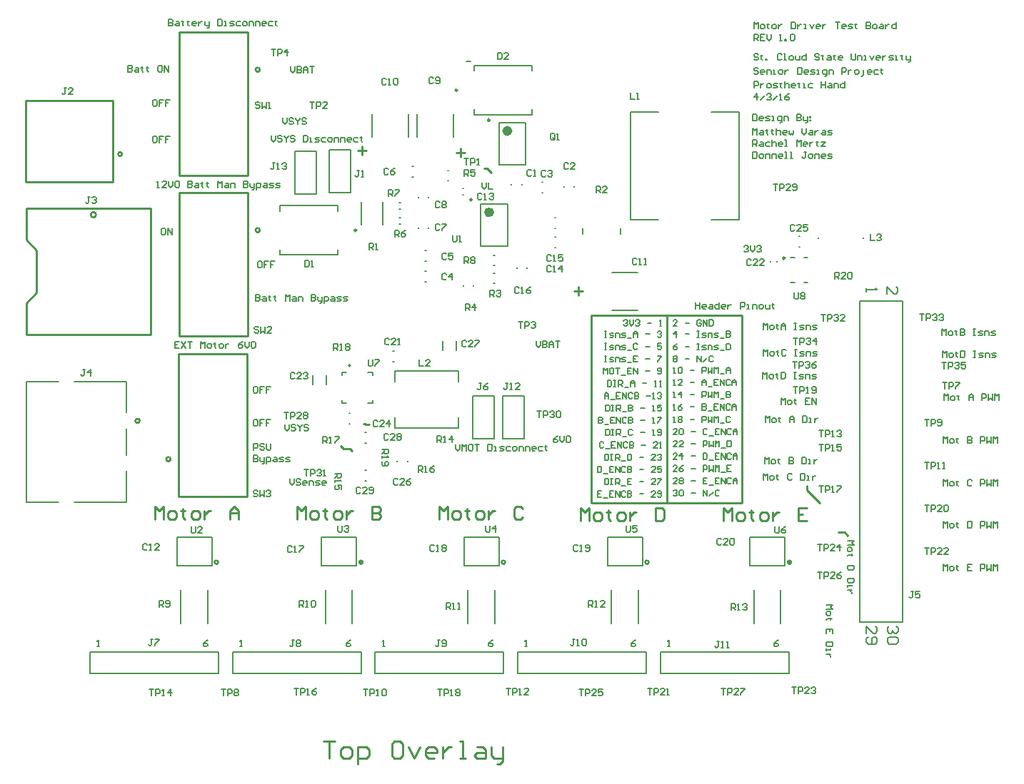
<source format=gto>
G04 Layer_Color=65535*
%FSTAX25Y25*%
%MOIN*%
G70*
G01*
G75*
%ADD44C,0.01000*%
%ADD112C,0.00394*%
%ADD113C,0.02362*%
%ADD114C,0.00984*%
%ADD115C,0.00787*%
%ADD116C,0.00600*%
%ADD117C,0.00800*%
D44*
X0192128Y0173382D02*
G03*
X0192128Y0173382I-0000793J0D01*
G01*
X022905Y01934D02*
Y0199398D01*
X0231049Y0197399D01*
X0233049Y0199398D01*
Y01934D01*
X0236048D02*
X0238047D01*
X0239047Y01944D01*
Y0196399D01*
X0238047Y0197399D01*
X0236048D01*
X0235048Y0196399D01*
Y01944D01*
X0236048Y01934D01*
X0243045D02*
X0242046Y01944D01*
Y0197399D01*
X0241046D01*
X0243045D01*
X0242046D01*
Y0198398D01*
X0247044Y0197399D02*
X0246044Y0196399D01*
Y01944D01*
X0247044Y01934D01*
X0249043D01*
X0250043Y01944D01*
Y0196399D01*
X0249043Y0197399D01*
X0247044D01*
X0252043D02*
Y01934D01*
Y0195399D01*
X0253042Y0196399D01*
X0254042Y0197399D01*
X0255042D01*
X0264039Y0196399D02*
X0267038D01*
X0264039D01*
Y0199398D02*
Y01934D01*
X0267038D01*
X0268037Y01944D01*
Y0195399D01*
X0267038Y0196399D01*
X0268037Y0197399D01*
Y0198398D01*
X0267038Y0199398D01*
X0264039D01*
X0259628Y0173382D02*
G03*
X0259628Y0173382I-0000793J0D01*
G01*
X02953Y01934D02*
Y0199398D01*
X0297299Y0197399D01*
X0299299Y0199398D01*
Y01934D01*
X0302298D02*
X0304297D01*
X0305297Y01944D01*
Y0196399D01*
X0304297Y0197399D01*
X0302298D01*
X0301298Y0196399D01*
Y01944D01*
X0302298Y01934D01*
X0309296D02*
X0308296Y01944D01*
Y0197399D01*
X0307296D01*
X0309296D01*
X0308296D01*
Y0198398D01*
X0313294Y0197399D02*
X0312295Y0196399D01*
Y01944D01*
X0313294Y01934D01*
X0315294D01*
X0316293Y01944D01*
Y0196399D01*
X0315294Y0197399D01*
X0313294D01*
X0318293D02*
Y01934D01*
Y0195399D01*
X0319292Y0196399D01*
X0320292Y0197399D01*
X0321292D01*
X0330289Y0198398D02*
Y01944D01*
X0331288Y01934D01*
X0333288D01*
X0334287Y01944D01*
Y0198398D02*
X0333288Y0199398D01*
X0331288D01*
X0330289Y0198398D01*
X0326128Y0173382D02*
G03*
X0326128Y0173382I-0000793J0D01*
G01*
X036145Y01928D02*
Y0198798D01*
X0363449Y0196799D01*
X0365449Y0198798D01*
Y01928D01*
X0368448D02*
X0370447D01*
X0371447Y01938D01*
Y0195799D01*
X0370447Y0196799D01*
X0368448D01*
X0367448Y0195799D01*
Y01938D01*
X0368448Y01928D01*
X03664Y02012D02*
X04368D01*
Y02889D01*
X03664D01*
Y02012D01*
X0373446Y0196799D02*
X0375446D01*
X0374446D01*
X0373446D01*
X0374446D02*
Y01938D01*
X0375446Y01928D01*
X0379444D02*
X0381444D01*
X0382443Y01938D01*
Y0195799D01*
X0381444Y0196799D01*
X0379444D01*
X0378445Y0195799D01*
Y01938D01*
X0379444Y01928D01*
X0374446Y0196799D02*
Y0197798D01*
X0384443Y0196799D02*
Y01928D01*
Y0194799D01*
X0385442Y0195799D01*
X0386442Y0196799D01*
X0387442D01*
X0396439Y0198798D02*
Y01928D01*
X0399438D01*
X0400437Y01938D01*
Y0197798D01*
X0399438Y0198798D01*
X0396439D01*
X04017Y02016D02*
Y02887D01*
X0360279Y0302242D02*
Y0298244D01*
X0358279Y0300243D02*
X0362278D01*
X03197Y03555D02*
X03178Y03574D01*
X0316272D01*
X0305201Y03628D02*
Y0366799D01*
X0303202Y0364799D02*
X03072D01*
X0261166Y0365621D02*
X0257167D01*
X0259166Y0363622D02*
Y0367621D01*
X0206Y0421D02*
Y03541D01*
X0174D01*
Y0421D01*
X0206D01*
X0211605Y04035D02*
G03*
X0211605Y04035I-0001005J0D01*
G01*
X0174Y0346D02*
X0206D01*
Y02791D01*
X0174D01*
Y0346D01*
X0147272Y0364094D02*
G03*
X0147272Y0364094I-0000891J0D01*
G01*
X0142838Y0351201D02*
Y0389193D01*
X0102188D01*
Y0351201D01*
X0142838D01*
X0135158Y0335775D02*
G03*
X0135158Y0335775I-0001245J0D01*
G01*
X0160783Y0323964D02*
Y0338728D01*
X0102515D01*
Y0323964D01*
X0107436Y0319042D01*
Y0299358D01*
X0102515Y0294436D01*
Y0279672D01*
X0160783D01*
Y0294436D01*
Y0301818D01*
Y0316582D01*
Y0323964D01*
X01735Y02709D02*
X02055D01*
Y0204D01*
X01735D01*
Y02709D01*
X0155521Y0239441D02*
G03*
X0155521Y0239441I-0000989J0D01*
G01*
X0169905Y02215D02*
G03*
X0169905Y02215I-0001005J0D01*
G01*
X0169798Y0197399D02*
X0168798Y0196399D01*
Y01944D01*
X0169798Y01934D01*
X0171797D01*
X0172797Y01944D01*
Y0196399D01*
X0171797Y0197399D01*
X0169798D01*
X0166799Y0199398D02*
Y01934D01*
X01628D02*
Y0199398D01*
X0164799Y0197399D01*
X0166799Y0199398D01*
X0174796Y0197399D02*
X0176795D01*
X0175796D01*
X0174796D01*
X0175796D02*
Y01944D01*
X0176795Y01934D01*
X0180794D02*
X0182793D01*
X0183793Y01944D01*
Y0196399D01*
X0182793Y0197399D01*
X0180794D01*
X0179795Y0196399D01*
Y01944D01*
X0180794Y01934D01*
X0185793D02*
Y0195399D01*
X0186792Y0196399D01*
X0187792Y0197399D01*
X0188792D01*
X0197789D02*
X0199788Y0199398D01*
X0201787Y0197399D01*
Y01934D01*
Y0196399D01*
X0197789D01*
Y0197399D02*
Y01934D01*
X0185793D02*
Y0197399D01*
X0175796D02*
Y0198398D01*
X024925Y022775D02*
X02505Y02265D01*
X02535D01*
X02545Y02255D01*
X02601Y02381D02*
X02607D01*
X0261Y02378D01*
X02625D01*
X0253768Y0265335D02*
G03*
X0253768Y0265335I-0000311J0D01*
G01*
X0211605Y03285D02*
G03*
X0211605Y03285I-0001005J0D01*
G01*
X0393128Y0173382D02*
G03*
X0393128Y0173382I-0000793J0D01*
G01*
X04279Y01927D02*
Y0198698D01*
X0429899Y0196699D01*
X0431899Y0198698D01*
Y01927D01*
X0434898D02*
X0436897D01*
X0437897Y01937D01*
Y0195699D01*
X0436897Y0196699D01*
X0434898D01*
X0433898Y0195699D01*
Y01937D01*
X0434898Y01927D01*
X0439896Y0196699D02*
X0441895D01*
X0440896D01*
X0439896D01*
X0440896D02*
Y01937D01*
X0441895Y01927D01*
X0445894D02*
X0447893D01*
X0448893Y01937D01*
Y0195699D01*
X0447893Y0196699D01*
X0445894D01*
X0444895Y0195699D01*
Y01937D01*
X0445894Y01927D01*
X0450893D02*
Y0194699D01*
X0451892Y0195699D01*
X0452892Y0196699D01*
X0453892D01*
X0450893D02*
Y01927D01*
X0440896Y0196699D02*
Y0197698D01*
X0462889Y0198698D02*
Y01927D01*
X0466887D01*
X0464888Y0195699D02*
X0462889D01*
Y0198698D02*
X0466887D01*
X04818Y01873D02*
X04845D01*
X048595Y018585D01*
X04731Y02011D02*
X04671Y02071D01*
Y02076D01*
Y02092D01*
X0459628Y0173382D02*
G03*
X0459628Y0173382I-0000793J0D01*
G01*
X0325123Y0086972D02*
Y008164D01*
Y0080307D01*
X032379Y0078974D01*
X0322457D01*
X0321124Y008164D02*
X0325123D01*
X0321124D02*
X0319791Y0082973D01*
Y0086972D01*
X0315792D02*
X0317125Y0085639D01*
Y008164D01*
X0313127D01*
X0311794Y0082973D01*
X0313127Y0084306D01*
X0317125D01*
X0315792Y0086972D02*
X0313127D01*
X0306462Y0089638D02*
X0305129D01*
X0306462D02*
Y008164D01*
X0307795D01*
X0305129D01*
X0301131Y0086972D02*
X0299798D01*
X0298465Y0085639D01*
X0297132Y0084306D01*
Y008164D01*
Y0086972D01*
X0293133D02*
X0294466Y0085639D01*
Y0084306D01*
X0289134D01*
Y0082973D02*
Y0085639D01*
X0290467Y0086972D01*
X0293133D01*
Y008164D02*
X0290467D01*
X0289134Y0082973D01*
X0286469Y0086972D02*
X0283803Y008164D01*
X0281137Y0086972D01*
X0278471Y0088305D02*
X0277138Y0089638D01*
X0274472D01*
X027314Y0088305D01*
Y0082973D01*
X0274472Y008164D01*
X0277138D01*
X0278471Y0082973D01*
Y0088305D01*
X0261143Y0086972D02*
X0262476Y0085639D01*
Y0082973D01*
X0261143Y008164D01*
X0257145D01*
Y0078974D02*
Y0086972D01*
X0261143D01*
X0254479Y0085639D02*
X0253146Y0086972D01*
X025048D01*
X0249147Y0085639D01*
Y0082973D01*
X025048Y008164D01*
X0253146D01*
X0254479Y0082973D01*
Y0085639D01*
X0246482Y0089638D02*
X0243816D01*
Y008164D01*
X024115Y0089638D02*
X0246482D01*
X0456707Y0315512D02*
G03*
X0456707Y0315512I-0000492J0D01*
G01*
D112*
X0365417Y0310087D02*
G03*
X0365417Y0310087I-0000197J0D01*
G01*
X0284003Y0360425D02*
G03*
X0284003Y0360425I-0000197J0D01*
G01*
X0263003D02*
G03*
X0263003Y0360425I-0000197J0D01*
G01*
D113*
X0319819Y0336906D02*
G03*
X0319819Y0336906I-0001181J0D01*
G01*
X0328319Y0374905D02*
G03*
X0328319Y0374905I-0001181J0D01*
G01*
D114*
X0256707Y03285D02*
G03*
X0256707Y03285I-0000492J0D01*
G01*
X0310665Y0342801D02*
G03*
X0310665Y0342801I-0000492J0D01*
G01*
X0318969Y0379945D02*
G03*
X0318969Y0379945I-0000492J0D01*
G01*
X0303778Y0394D02*
G03*
X0303778Y0394I-0000492J0D01*
G01*
D115*
X013225Y01215D02*
Y01315D01*
X019225D01*
Y01215D01*
X013225D01*
X0174799Y0144626D02*
Y0160374D01*
X0187201D02*
Y0144626D01*
X0198812Y01315D02*
X0258812D01*
Y01215D01*
X0198812D01*
Y01315D01*
X0242299Y0144626D02*
Y0160374D01*
X0254701Y0144626D02*
Y0160374D01*
X0265375Y01315D02*
X0325375D01*
Y01215D01*
X0265375D01*
Y01315D01*
X0308799Y0144626D02*
Y0160374D01*
X0321201Y0144626D02*
Y0160374D01*
X0331938Y01315D02*
X0391937D01*
Y01215D01*
X0331938D01*
Y01315D01*
X0375799Y0144626D02*
Y0160374D01*
X0388201Y0144626D02*
Y0160374D01*
X03985Y01315D02*
X04585D01*
Y01215D01*
X03985D01*
Y01315D01*
X0442299Y0144626D02*
Y0160374D01*
X0454701Y0144626D02*
Y0160374D01*
X04915Y01455D02*
Y02955D01*
X05115D01*
Y01455D01*
X04915D01*
X0388102Y0291142D02*
X0375898D01*
X0388102Y0308858D02*
X0375898D01*
X0379858Y0326622D02*
Y0329378D01*
X0384803Y0333303D02*
X0397795D01*
X0384803D02*
Y0383697D01*
X0397795D01*
X0422205D02*
X0435197D01*
Y0333303D01*
X0422205D01*
X0449825Y0314197D02*
Y0313803D01*
X0452975D02*
Y0314197D01*
X0463203Y0320739D02*
X0463597D01*
Y0325661D02*
X0463203D01*
X0472467Y0325197D02*
Y0324803D01*
X0493333D02*
Y0325197D01*
X0358461Y0348803D02*
Y0349197D01*
X0362142Y0329378D02*
Y0326622D01*
X0349697Y0329539D02*
X0349303D01*
Y0334461D02*
X0349697D01*
X0349697Y0325461D02*
X0349303D01*
Y0320539D02*
X0349697D01*
X0336461Y0311197D02*
Y0310803D01*
X0331539D02*
Y0311197D01*
X0327299Y0321158D02*
Y0340843D01*
X0314701D01*
Y0321158D01*
X0327299D01*
X0321197Y0316862D02*
X0320803D01*
Y0312138D02*
X0321197D01*
Y0308362D02*
X0320803D01*
Y0303638D02*
X0321197D01*
X0311362Y0302697D02*
Y0302303D01*
X0306638D02*
Y0302697D01*
X0289197Y0318961D02*
X0288803D01*
Y0314039D02*
X0289197D01*
Y0309461D02*
X0288803D01*
Y0304539D02*
X0289197D01*
X029685Y0276665D02*
Y0272335D01*
X0304264Y0257768D02*
Y0262886D01*
X0274736D01*
Y0257768D01*
Y0241232D02*
Y0236114D01*
X0304264D01*
Y0241232D01*
X0311Y0231D02*
X0321D01*
Y0251D01*
X0311D01*
Y0231D01*
X0325D02*
Y0251D01*
X0335D01*
Y0231D01*
X0325D01*
X030315Y0272335D02*
Y0276665D01*
X0274197Y0271961D02*
X0273803D01*
Y0267039D02*
X0274197D01*
X0261197Y0233961D02*
X0260803D01*
Y0229039D02*
X0261197D01*
Y0216461D02*
X0260803D01*
Y0211539D02*
X0261197D01*
X0275579Y02205D02*
Y0220894D01*
X02805D02*
Y02205D01*
X0253697Y0238039D02*
X0253303D01*
Y0242961D02*
X0253697D01*
X024275Y0256535D02*
Y0260865D01*
X023645D02*
Y0256535D01*
X0248004Y0317004D02*
Y0319425D01*
Y0317004D02*
X0220996D01*
Y0319425D01*
Y0337575D02*
Y0339996D01*
X0248004D01*
Y0337575D01*
X0259079Y0341815D02*
Y0331185D01*
X0268921D02*
Y0341815D01*
X0276803Y0341575D02*
X0277197D01*
Y0338425D02*
X0276803D01*
Y0334575D02*
X0277197D01*
Y0331425D02*
X0276803D01*
X0285539Y0329697D02*
Y0329303D01*
X0290461D02*
Y0329697D01*
X0306303Y0344925D02*
X0306697D01*
Y0348075D02*
X0306303D01*
X0323201Y0359157D02*
Y0378842D01*
X0335799D01*
Y0359157D01*
X0323201D01*
X0329039Y0350197D02*
Y0349803D01*
X0333961D02*
Y0350197D01*
X0343303Y0350961D02*
X0343697D01*
Y0346039D02*
X0343303D01*
X0353539Y0348803D02*
Y0349197D01*
X0338504Y0382504D02*
Y0384925D01*
Y0382504D02*
X0311496D01*
Y0384925D01*
X0301965Y0382815D02*
Y0372185D01*
X0299697Y0356362D02*
X0299303D01*
Y0351638D02*
X0299697D01*
X0290461Y0344197D02*
Y0343803D01*
X0283197Y0358461D02*
X0282803D01*
Y0353539D02*
X0283197D01*
X0285539Y0344197D02*
Y0343803D01*
X0285035Y0372185D02*
Y0382815D01*
X0280965D02*
Y0372185D01*
X0264035D02*
Y0382815D01*
X0254Y0366D02*
X0244D01*
Y0346D01*
X0254D01*
Y0366D01*
X0238Y03655D02*
Y03455D01*
X0228D01*
Y03655D01*
X0238D01*
X0311496Y0403075D02*
Y0405496D01*
X0338504D01*
Y0403075D01*
D116*
X0172831Y0171906D02*
Y0185094D01*
X0189169D01*
Y0171906D01*
X0172831D01*
X0149413Y020135D02*
Y0215917D01*
Y020135D02*
X0125102D01*
X011772D02*
X010276D01*
Y025765D01*
X0117622D01*
X0125102D02*
X0149413D01*
Y0243378D01*
Y0235602D02*
Y0223398D01*
X0240331Y0171906D02*
Y0185094D01*
X0256669D01*
Y0171906D01*
X0240331D01*
X0306831D02*
Y0185094D01*
X0323169D01*
Y0171906D01*
X0306831D01*
X0373831D02*
Y0185094D01*
X0390169D01*
Y0171906D01*
X0373831D01*
X0440331D02*
Y0185094D01*
X0456669D01*
Y0171906D01*
X0440331D01*
X045945Y03041D02*
X0461225D01*
X0465576D02*
X046735D01*
Y03159D02*
X0465576D01*
X0461225D02*
X045945D01*
X0264185Y0262185D02*
Y0260848D01*
Y0262185D02*
X0261863D01*
Y0247815D02*
X0264185D01*
Y0249152D01*
X0252137Y0262185D02*
X0249815D01*
Y0260848D01*
Y0249152D02*
Y0247815D01*
X0252137D01*
D117*
X013575Y0134D02*
X013675D01*
X013625D01*
Y0136999D01*
X013575Y0136499D01*
X01595Y0135D02*
X016Y01345D01*
X01605D01*
X0161Y0135D01*
Y0137499D01*
X01605D01*
X0161499D01*
X0162499D02*
X0164498D01*
Y0136999D01*
X0162499Y0135D01*
Y01345D01*
X018525Y01345D02*
X018575Y0134D01*
X0186749D01*
X0187249Y01345D01*
Y0135D01*
X0186749Y01355D01*
X018525D01*
Y01345D01*
Y01355D02*
X018625Y0136499D01*
X0187249Y0136999D01*
X0202312Y0136499D02*
X0202812Y0136999D01*
Y0134D01*
X0203312D01*
X0202312D01*
X0200998Y0113999D02*
X0201497Y0113499D01*
Y0112999D01*
X0200998Y0112499D01*
X0201497Y0112D01*
Y01115D01*
X0200998Y0111D01*
X0199998D01*
X0199498Y01115D01*
Y0112D01*
X0199998Y0112499D01*
X0199498Y0112999D01*
Y0113499D01*
X0199998Y0113999D01*
X0200998D01*
Y0112499D02*
X0199998D01*
X0198498D02*
X0197999Y0112D01*
X0196499D01*
Y0111D02*
Y0113999D01*
X0197999D01*
X0198498Y0113499D01*
Y0112499D01*
X0195499Y0113999D02*
X01945D01*
Y0111D01*
X0195499Y0113999D02*
X01935D01*
X02275Y0114499D02*
X0229499D01*
X02285D01*
Y01115D01*
X0230499D02*
Y0114499D01*
X0231998D01*
X0232498Y0113999D01*
Y0112999D01*
X0231998Y01125D01*
X0230499D01*
X0233498Y01115D02*
X0234498D01*
X0233998D01*
Y0114499D01*
X0233498Y0113999D01*
X0235997Y0112999D02*
Y0112D01*
X0236497Y01115D01*
X0237497D01*
X0237997Y0112D01*
Y01125D01*
X0237497Y0112999D01*
X0235997D01*
X0236997Y0113999D01*
X0237997Y0114499D01*
X026Y0113999D02*
X0261999D01*
X0261D01*
Y0111D01*
X0262999D02*
Y0113999D01*
X0264498D01*
X0264998Y0113499D01*
Y0112499D01*
X0264498Y0112D01*
X0262999D01*
X0265998Y0111D02*
X0266998D01*
X0266498D01*
Y0113999D01*
X0265998Y0113499D01*
X0268497D02*
X0268997Y0113999D01*
X0269997D01*
X0270497Y0113499D01*
Y01115D01*
X0269997Y0111D01*
X0268997D01*
X0268497Y01115D01*
Y0113499D01*
X02945Y0113999D02*
X0296499D01*
X02955D01*
Y0111D01*
X0297499D02*
Y0113999D01*
X0298998D01*
X0299498Y0113499D01*
Y0112499D01*
X0298998Y0112D01*
X0297499D01*
X0300498Y0111D02*
X0301498D01*
X0300998D01*
Y0113999D01*
X0300498Y0113499D01*
X0302997D02*
X0303497Y0113999D01*
X0304497D01*
X0304997Y0113499D01*
Y0112999D01*
X0304497Y0112499D01*
X0304997Y0112D01*
Y01115D01*
X0304497Y0111D01*
X0303497D01*
X0302997Y01115D01*
Y0112D01*
X0303497Y0112499D01*
X0302997Y0112999D01*
Y0113499D01*
X0303497Y0112499D02*
X0304497D01*
X03275Y01115D02*
Y0114499D01*
X0328499D01*
X03265D01*
X0329499D02*
X0330998D01*
X0331498Y0113999D01*
Y0112999D01*
X0330998Y01125D01*
X0329499D01*
Y01115D02*
Y0114499D01*
X0332998D02*
X0332498Y0113999D01*
X0332998Y0114499D02*
Y01115D01*
X0333498D01*
X0332498D01*
X0334997D02*
X0336997Y0113499D01*
Y0113999D01*
X0336497Y0114499D01*
X0335497D01*
X0334997Y0113999D01*
Y01115D02*
X0336997D01*
X03615Y0111D02*
Y0113999D01*
X0362499D01*
X03605D01*
X0363499D02*
X0364999D01*
X0365498Y0113499D01*
Y0112499D01*
X0364999Y0112D01*
X0363499D01*
Y0111D02*
Y0113999D01*
X0366998D02*
X0366498Y0113499D01*
X0366998Y0113999D02*
X0367998D01*
X0368497Y0113499D01*
Y0112999D01*
X0366498Y0111D01*
X0368497D01*
X0369997D02*
X0369497Y01115D01*
Y0112499D02*
X0370497Y0112999D01*
X0370997D01*
X0371496Y0112499D01*
Y01115D01*
X0370997Y0111D01*
X0369997D01*
X0369497Y0112499D02*
Y0113999D01*
X0371496D01*
X03925Y0114499D02*
X0394499D01*
X03935D01*
Y01115D01*
X0395499D02*
Y0114499D01*
X0396999D01*
X0397498Y0113999D01*
Y0112999D01*
X0396999Y01125D01*
X0395499D01*
X0398498Y01115D02*
X0400497Y0113499D01*
Y0113999D01*
X0399998Y0114499D01*
X0398998D01*
X0398498Y0113999D01*
Y01115D02*
X0400497D01*
X0401497D02*
X0402497D01*
X0401997D01*
Y0114499D01*
X0401497Y0113999D01*
X0427Y0114499D02*
X0428999D01*
X0428D01*
Y01115D01*
X0429999D02*
Y0114499D01*
X0431498D01*
X0431998Y0113999D01*
Y0112999D01*
X0431498Y01125D01*
X0429999D01*
X0432998Y01115D02*
X0434997Y0113499D01*
Y0113999D01*
X0434498Y0114499D01*
X0433498D01*
X0432998Y0113999D01*
Y01115D02*
X0434997D01*
X0435997D02*
Y0112D01*
X0437996Y0113999D01*
Y0114499D01*
X0435997D01*
X046Y0114999D02*
X0461999D01*
X0461D01*
Y0112D01*
X0462999D02*
Y0114999D01*
X0464499D01*
X0464998Y0114499D01*
Y0113499D01*
X0464499Y0113D01*
X0462999D01*
X0465998Y0112D02*
X0467997Y0113999D01*
Y0114499D01*
X0467498Y0114999D01*
X0466498D01*
X0465998Y0114499D01*
Y0112D02*
X0467997D01*
X0469497D02*
X0468997Y01125D01*
X0469497Y0112D02*
X0470497D01*
X0470996Y01125D01*
Y0113D01*
X0470497Y0113499D01*
X0469997D01*
X0470497D01*
X0470996Y0113999D01*
Y0114499D01*
X0470497Y0114999D01*
X0469497D01*
X0468997Y0114499D01*
X0476Y0130507D02*
X0477D01*
X0477499Y0130008D01*
X0477999Y0129508D01*
Y0129008D01*
Y0130507D02*
X0476D01*
Y0132007D02*
Y0132507D01*
X0477999D01*
Y0133007D01*
X0478499Y0134006D02*
X0478999Y0134506D01*
Y0136006D01*
X0476D01*
Y0134506D01*
X04765Y0134006D01*
X0478499D01*
X0476Y0133007D02*
Y0132007D01*
X0495533Y0135169D02*
X0498865D01*
X0499698Y0136002D01*
Y0137669D01*
X0498865Y0138502D01*
X0498032D01*
X0497199Y0137669D01*
Y0135169D01*
X0498032Y0140168D02*
X0498865D01*
X0499698Y0141001D01*
Y0142667D01*
X0498865Y01435D01*
X0498032Y0140168D02*
X04947Y01435D01*
Y0140168D01*
X0495533Y0138502D02*
X04947Y0137669D01*
Y0136002D01*
X0495533Y0135169D01*
X0505333D02*
X05045Y0136002D01*
Y0137669D01*
X0505333Y0138502D01*
X0508665D01*
X0509498Y0137669D01*
Y0136002D01*
X0508665Y0135169D01*
X0505333D01*
Y0140168D02*
X05045Y0141001D01*
Y0142667D01*
X0505333Y01435D01*
X0508665D02*
X0509498Y0142667D01*
Y0141001D01*
X0508665Y0140168D01*
X0507832D01*
X0506999Y0141001D01*
Y0141834D01*
Y0141001D01*
X0506166Y0140168D01*
X0505333D01*
X05153Y01567D02*
X05148Y01572D01*
X05153Y01567D02*
X05158D01*
X0516299Y01572D01*
Y0159699D01*
X05158D01*
X0516799D01*
X0517799D02*
Y01582D01*
X0518799Y0158699D01*
X0519299D01*
X0519798Y01582D01*
Y01572D01*
X0519299Y01567D01*
X0518299D01*
X0517799Y01572D01*
Y0159699D02*
X0519798D01*
X05305Y01695D02*
Y0172499D01*
X05315Y0171499D01*
X0532499Y0172499D01*
Y01695D01*
X0533999D02*
X0534999D01*
X0535498Y017D01*
Y0171D01*
X0534999Y0171499D01*
X0533999D01*
X0533499Y0171D01*
Y017D01*
X0533999Y01695D01*
X0536998Y017D02*
X0537498Y01695D01*
X0536998Y017D02*
Y0171499D01*
X0536498D01*
X0537498D01*
X0536998D01*
Y0171999D01*
X0541996Y0172499D02*
Y01695D01*
X0543996D01*
X0542996Y0171D02*
X0541996D01*
Y0172499D02*
X0543996D01*
X0547994D02*
X0549494D01*
X0549994Y0171999D01*
Y0171D01*
X0549494Y01705D01*
X0547994D01*
Y01695D02*
Y0172499D01*
X0550993D02*
Y01695D01*
X0551993Y01705D01*
X0552993Y01695D01*
Y0172499D01*
X0553992D02*
X0554992Y0171499D01*
X0555992Y0172499D01*
Y01695D01*
X0553992D02*
Y0172499D01*
Y01895D02*
Y0192499D01*
X0554992Y0191499D01*
X0555992Y0192499D01*
Y01895D01*
X0552993D02*
Y0192499D01*
X0551993Y01905D02*
X0552993Y01895D01*
X0551993Y01905D02*
X0550993Y01895D01*
Y0192499D01*
X0549494D02*
X0549994Y0191999D01*
Y0190999D01*
X0549494Y01905D01*
X0547994D01*
Y01895D02*
Y0192499D01*
X0549494D01*
X0543496D02*
X0541996D01*
Y01895D01*
X0543496D01*
X0543996Y019D01*
Y0191999D01*
X0543496Y0192499D01*
X0552993Y0209D02*
Y0211999D01*
X0553992D02*
X0554992Y0210999D01*
X0555992Y0211999D01*
Y0209D01*
X0553992D02*
Y0211999D01*
X0551993Y021D02*
X0552993Y0209D01*
X0551993Y021D02*
X0550993Y0209D01*
Y0211999D01*
X0549494D02*
X0549994Y0211499D01*
Y02105D01*
X0549494Y021D01*
X0547994D01*
Y0209D02*
Y0211999D01*
X0549494D01*
X0543496D02*
X0542496D01*
X0541996Y0211499D01*
Y02095D01*
X0542496Y0209D01*
X0543496D01*
X0543996Y02095D01*
Y0211499D02*
X0543496Y0211999D01*
X0552993Y0229D02*
Y0231999D01*
X0553992D02*
X0554992Y0230999D01*
X0555992Y0231999D01*
Y0229D01*
X0553992D02*
Y0231999D01*
X0551993Y023D02*
X0552993Y0229D01*
X0551993Y023D02*
X0550993Y0229D01*
Y0231999D01*
X0549494D02*
X0549994Y0231499D01*
Y02305D01*
X0549494Y023D01*
X0547994D01*
Y0229D02*
Y0231999D01*
X0549494D01*
X0543496D02*
X0541996D01*
Y0229D01*
X0543496D01*
X0543996Y02295D01*
Y023D01*
X0543496Y02305D01*
X0541996D01*
X0543496D01*
X0543996Y0230999D01*
Y0231499D01*
X0543496Y0231999D01*
X0553493Y0249D02*
Y0251999D01*
X0554492D02*
X0555492Y0250999D01*
X0556492Y0251999D01*
Y0249D01*
X0554492D02*
Y0251999D01*
X0552493Y025D02*
X0553493Y0249D01*
X0552493Y025D02*
X0551493Y0249D01*
Y0251999D01*
X0549994D02*
X0550494Y0251499D01*
Y02505D01*
X0549994Y025D01*
X0548494D01*
Y0249D02*
Y0251999D01*
X0549994D01*
X0543496D02*
X0544496Y0250999D01*
Y0249D01*
Y02505D01*
X0542496D01*
Y0250999D02*
X0543496Y0251999D01*
X0542496Y0250999D02*
Y0249D01*
X0537998D02*
X0537498Y02495D01*
Y0250999D01*
X0536998D01*
X0537998D01*
X0537498D01*
Y0251499D01*
X0535998Y02505D02*
X0535499Y0250999D01*
X0534499D01*
X0533999Y02505D01*
Y02495D01*
X0534499Y0249D01*
X0535499D01*
X0535998Y02495D01*
Y02505D01*
X0536198Y02545D02*
Y0255D01*
X0538197Y0256999D01*
Y0257499D01*
X0536198D01*
X0534698D02*
X0535198Y0256999D01*
Y0255999D01*
X0534698Y02555D01*
X0533199D01*
Y02545D02*
Y0257499D01*
X0534698D01*
X0532199D02*
X05312D01*
Y02545D01*
X0531Y0251999D02*
X0532Y0250999D01*
X0532999Y0251999D01*
Y0249D01*
X0531D02*
Y0251999D01*
X05302Y0257499D02*
X0532199D01*
X0529398Y0240199D02*
X0528398D01*
X0527898Y0239699D01*
Y0239199D01*
X0528398Y02387D01*
X0529897D01*
Y0239699D02*
X0529398Y0240199D01*
X0529897Y0239699D02*
Y02377D01*
X0529398Y02372D01*
X0528398D01*
X0527898Y02377D01*
X0526399Y02382D02*
X0524899D01*
Y02372D02*
Y0240199D01*
X0526399D01*
X0526898Y0239699D01*
Y02387D01*
X0526399Y02382D01*
X0523899Y0240199D02*
X05229D01*
Y02372D01*
X05219Y0240199D02*
X0523899D01*
X05305Y0231999D02*
X05315Y0230999D01*
X0532499Y0231999D01*
Y0229D01*
X0533999D02*
X0534999D01*
X0535498Y02295D01*
Y02305D01*
X0534999Y0230999D01*
X0533999D01*
X0533499Y02305D01*
Y02295D01*
X0533999Y0229D01*
X05305D02*
Y0231999D01*
X0536998Y0231499D02*
Y0230999D01*
X0536498D01*
X0537498D01*
X0536998D01*
Y02295D01*
X0537498Y0229D01*
X0530897Y0220199D02*
X0530397Y0219699D01*
X0530897Y0220199D02*
Y02172D01*
X0531397D01*
X0530397D01*
X0528898D02*
X0528398D01*
Y0220199D01*
X0527898Y0219699D01*
X0526898D02*
Y02187D01*
X0526399Y02182D01*
X0524899D01*
Y02172D02*
Y0220199D01*
X0526399D01*
X0526898Y0219699D01*
X0523899Y0220199D02*
X05229D01*
Y02172D01*
X05219Y0220199D02*
X0523899D01*
X0527898Y02172D02*
X0528898D01*
X05305Y0211999D02*
X05315Y0210999D01*
X0532499Y0211999D01*
Y0209D01*
X0533999D02*
X0534999D01*
X0535498Y02095D01*
Y02105D01*
X0534999Y0210999D01*
X0533999D01*
X0533499Y02105D01*
Y02095D01*
X0533999Y0209D01*
X05305D02*
Y0211999D01*
X0536998Y0211499D02*
Y0210999D01*
X0536498D01*
X0537498D01*
X0536998D01*
Y02095D01*
X0537498Y0209D01*
X0532397Y0200199D02*
X0532896Y0199699D01*
Y01977D01*
X0532397Y01972D01*
X0531397D01*
X0530897Y01977D01*
Y0199699D01*
X0531397Y0200199D01*
X0532397D01*
X0529398D02*
X0528398D01*
X0527898Y0199699D01*
X0526898D02*
Y0198699D01*
X0526399Y01982D01*
X0524899D01*
Y01972D02*
Y0200199D01*
X0526399D01*
X0526898Y0199699D01*
X0529897D02*
X0529398Y0200199D01*
X0529897Y0199699D02*
Y0199199D01*
X0527898Y01972D01*
X0529897D01*
X05305Y0192499D02*
X05315Y0191499D01*
X0532499Y0192499D01*
Y01895D01*
X0533999D02*
X0534999D01*
X0535498Y019D01*
Y0190999D01*
X0534999Y0191499D01*
X0533999D01*
X0533499Y0190999D01*
Y019D01*
X0533999Y01895D01*
X05305D02*
Y0192499D01*
X0536998Y0191999D02*
Y0191499D01*
X0536498D01*
X0537498D01*
X0536998D01*
Y019D01*
X0537498Y01895D01*
X0523899Y0200199D02*
X05229D01*
Y01972D01*
X05219Y0200199D02*
X0523899D01*
Y0180199D02*
X05229D01*
Y01772D01*
X05219Y0180199D02*
X0523899D01*
X0524899D02*
X0526399D01*
X0526898Y0179699D01*
Y01787D01*
X0526399Y01782D01*
X0524899D01*
Y01772D02*
Y0180199D01*
X0528398D02*
X0527898Y0179699D01*
X0528398Y0180199D02*
X0529398D01*
X0529897Y0179699D01*
Y0179199D01*
X0527898Y01772D01*
X0529897D01*
X0530897D02*
X0532896Y0179199D01*
Y0179699D01*
X0532397Y0180199D01*
X0531397D01*
X0530897Y0179699D01*
Y01772D02*
X0532896D01*
X0482497Y02255D02*
X0481497D01*
X0480997Y0226D01*
Y0226999D02*
X0481997Y0227499D01*
X0482497D01*
X0482997Y0226999D01*
Y0226D01*
X0482497Y02255D01*
X0482997Y0228499D02*
X0480997D01*
Y0226999D01*
X0479498Y02255D02*
X0478998D01*
Y0228499D01*
X0478498Y0227999D01*
X0477498D02*
Y0226999D01*
X0476999Y02265D01*
X0475499D01*
Y02255D02*
Y0228499D01*
X0476999D01*
X0477498Y0227999D01*
X0474499Y0228499D02*
X04735D01*
Y02255D01*
X0474499Y0228499D02*
X04725D01*
X0471792Y0221299D02*
X0471292D01*
X0470792Y0220799D01*
X0470293Y02203D01*
Y02193D01*
Y0221299D01*
X0468293D02*
X0467793D01*
X0466794Y0221799D02*
X0466294Y0222299D01*
X0464794D01*
Y02193D01*
X0466294D01*
X0466794Y02198D01*
Y0221799D01*
X0467793Y02193D02*
X0468793D01*
X0468293D01*
Y0221299D01*
X0478498Y02255D02*
X0479498D01*
X0478998Y0208999D02*
X0478498Y0208499D01*
X0477498D02*
Y02075D01*
X0476999Y0207D01*
X0475499D01*
Y0206D02*
Y0208999D01*
X0476999D01*
X0477498Y0208499D01*
X0478998Y0208999D02*
Y0206D01*
X0479498D01*
X0478498D01*
X0480997D02*
Y02065D01*
X0482997Y0208499D01*
Y0208999D01*
X0480997D01*
X0474499D02*
X04735D01*
Y0206D01*
X0474499Y0208999D02*
X04725D01*
X0469493Y02119D02*
Y02129D01*
X0469992Y02134D01*
X0470492Y0213899D01*
X0470992D01*
X0469493D02*
Y02119D01*
X0467993D02*
X0467493D01*
Y0213899D01*
X0466993D01*
X0465994Y0214399D02*
X0465494Y0214899D01*
X0463994D01*
Y02119D01*
X0465494D01*
X0465994Y02124D01*
Y0214399D01*
X0466993Y02119D02*
X0467993D01*
X0460296Y02193D02*
X0460796Y02198D01*
Y02203D01*
X0460296Y0220799D01*
X0458796D01*
X0460296D01*
X0460796Y0221299D01*
Y0221799D01*
X0460296Y0222299D01*
X0458796D01*
Y02193D01*
X0460296D01*
X0454298D02*
X0453798Y02198D01*
Y0221299D01*
X0453298D01*
X0454298D01*
X0453798D01*
Y0221799D01*
X0452298Y0220799D02*
X0451798Y0221299D01*
X0450799D01*
X0450299Y0220799D01*
Y02198D01*
X0450799Y02193D01*
X0451798D01*
X0452298Y02198D01*
Y0220799D01*
X04483Y0221299D02*
X0449299Y0222299D01*
Y02193D01*
X04473D02*
Y0222299D01*
X04483Y0221299D01*
X0448499Y0214899D02*
Y02119D01*
X0449999D02*
X0450998D01*
X0451498Y02124D01*
Y02134D01*
X0450998Y0213899D01*
X0449999D01*
X0449499Y02134D01*
Y02124D01*
X0449999Y02119D01*
X04465D02*
Y0214899D01*
X04475Y0213899D01*
X0448499Y0214899D01*
X0452998Y0214399D02*
Y0213899D01*
X0452498D01*
X0453498D01*
X0452998D01*
Y02124D01*
X0453498Y02119D01*
X0452Y0189999D02*
Y01875D01*
X04525Y0187D01*
X04535D01*
X0453999Y01875D01*
Y0189999D01*
X0455999Y0189499D02*
X0454999Y0188499D01*
Y01875D01*
X0455499Y0187D01*
X0456498D01*
X0456998Y01875D01*
Y0188D01*
X0456498Y0188499D01*
X0454999D01*
X04721Y0168899D02*
X0474099D01*
X04731D01*
Y01659D01*
X0475099D02*
Y0168899D01*
X0476599D01*
X0477098Y0168399D01*
Y01674D01*
X0476599Y01669D01*
X0475099D01*
X0478098Y01659D02*
X0480097Y0167899D01*
Y0168399D01*
X0479598Y0168899D01*
X0478598D01*
X0478098Y0168399D01*
Y01659D02*
X0480097D01*
X0481097Y01664D02*
X0481597Y01659D01*
X0482597D01*
X0483096Y01664D01*
Y01669D01*
X0482597Y01674D01*
X0481097D01*
Y01664D01*
Y01674D02*
X0482097Y0168399D01*
X0483096Y0168899D01*
X04859Y0170304D02*
X04864Y0169804D01*
X0488399D01*
X0488899Y0170304D01*
Y0171804D01*
X04859D01*
Y0170304D01*
Y0165806D02*
Y0164306D01*
X04864Y0163806D01*
X0488399D01*
X0488899Y0164306D01*
Y0165806D01*
X04859D01*
Y0162807D02*
Y0161807D01*
Y0162307D01*
X0487899D01*
Y0162807D01*
Y0160307D02*
X04859D01*
X04869D01*
X0487399Y0159808D01*
X0487899Y0159308D01*
Y0158808D01*
X0478999Y01535D02*
X0477999Y01525D01*
X0478999Y0151501D01*
X0476D01*
Y0150001D02*
Y0149001D01*
X04765Y0148502D01*
X0477499D01*
X0477999Y0149001D01*
Y0150001D01*
X0477499Y0150501D01*
X04765D01*
X0476Y0150001D01*
Y01535D02*
X0478999D01*
X0478499Y0147002D02*
X0477999D01*
Y0147502D01*
Y0146502D01*
Y0147002D01*
X04765D01*
X0476Y0146502D01*
Y0142004D02*
Y0140004D01*
Y0142004D02*
X0478999D01*
Y0140004D01*
X0477499Y0141004D02*
Y0142004D01*
X0453499Y0136999D02*
X04525Y0136499D01*
X04515Y01355D01*
Y01345D01*
X0452Y0134D01*
X0452999D01*
X0453499Y01345D01*
Y0135D01*
X0452999Y01355D01*
X04515D01*
X0438498Y0151D02*
X0437498D01*
X0436998Y01515D01*
X0435499Y0151D02*
X0434999D01*
Y0153999D01*
X0434499Y0153499D01*
X0433499D02*
Y0152499D01*
X0433Y0152D01*
X04315D01*
Y0151D02*
Y0153999D01*
X0433D01*
X0433499Y0153499D01*
X04325Y0152D02*
X0433499Y0151D01*
X0434499D02*
X0435499D01*
X0438498D02*
X0438998Y01515D01*
Y0152D01*
X0438498Y0152499D01*
X0437998D01*
X0438498D01*
X0438998Y0152999D01*
Y0153499D01*
X0438498Y0153999D01*
X0437498D01*
X0436998Y0153499D01*
X0429998Y0136499D02*
X0429498Y0135999D01*
X0429998Y0136499D02*
Y01335D01*
X0430498D01*
X0429498D01*
X0427999D02*
X0427499D01*
Y0136499D01*
X0426999Y0135999D01*
X0425999Y0136499D02*
X0425D01*
X0425499D01*
Y0134D01*
X0425Y01335D01*
X04245D01*
X0424Y0134D01*
X0426999Y01335D02*
X0427999D01*
X0403Y0134D02*
X04025D01*
Y0136999D01*
X0402Y0136499D01*
Y0134D02*
X0403D01*
X0386437D02*
X0386937Y01345D01*
Y0135D01*
X0386437Y01355D01*
X0384938D01*
Y01345D01*
X0385437Y0134D01*
X0386437D01*
X0385937Y0136499D02*
X0384938Y01355D01*
X0385937Y0136499D02*
X0386937Y0136999D01*
X0372498Y01525D02*
X0370498D01*
X0372498Y0154499D01*
Y0154999D01*
X0371998Y0155499D01*
X0370998D01*
X0370498Y0154999D01*
X0368499Y0155499D02*
X0367999Y0154999D01*
X0366999D02*
Y0153999D01*
X0366499Y01535D01*
X0365D01*
Y01525D02*
Y0155499D01*
X0366499D01*
X0366999Y0154999D01*
X0368499Y0155499D02*
Y01525D01*
X0368999D01*
X0367999D01*
X0366999D02*
X0366Y01535D01*
X0363498Y0137499D02*
X0363998Y0136999D01*
Y0135D01*
X0363498Y01345D01*
X0362498D01*
X0361998Y0135D01*
Y0136999D01*
X0362498Y0137499D01*
X0363498D01*
X0359999D02*
X0359499Y0136999D01*
X0359999Y0137499D02*
Y01345D01*
X0360499D01*
X0359499D01*
X0357999Y0135D02*
X03575Y01345D01*
X0357D01*
X03565Y0135D01*
X0357999D02*
Y0137499D01*
X03575D01*
X0358499D01*
X0335937Y0136999D02*
X0335437Y0136499D01*
X0335937Y0136999D02*
Y0134D01*
X0336437D01*
X0335437D01*
X0319875D02*
X0320374Y01345D01*
Y0135D01*
X0319875Y01355D01*
X0318375D01*
Y01345D01*
X0318875Y0134D01*
X0319875D01*
X0319375Y0136499D02*
X0318375Y01355D01*
X0319375Y0136499D02*
X0320374Y0136999D01*
X0304998Y01515D02*
X0304498D01*
Y0154499D01*
X0303998Y0153999D01*
X0301999Y0154499D02*
X0301499Y0153999D01*
X0300499D02*
Y0152999D01*
X0299999Y01525D01*
X02985D01*
Y01515D02*
Y0154499D01*
X0299999D01*
X0300499Y0153999D01*
X0301999Y0154499D02*
Y01515D01*
X0302499D01*
X0301499D01*
X0300499D02*
X02995Y01525D01*
X0297998Y0136999D02*
X0296999D01*
X0296499Y0136499D01*
Y0135999D01*
X0296999Y01355D01*
X0298498D01*
Y0136499D02*
X0297998Y0136999D01*
X0298498Y0136499D02*
Y01345D01*
X0297998Y0134D01*
X0296999D01*
X0296499Y01345D01*
X0295D02*
X02945Y0134D01*
X0294D01*
X02935Y01345D01*
X0295D02*
Y0136999D01*
X02945D01*
X0295499D01*
X0303998Y01515D02*
X0304998D01*
X0317Y0188D02*
X03175Y01875D01*
X0318499D01*
X0318999Y0188D01*
Y0190499D01*
X0317D02*
Y0188D01*
X0321498Y01875D02*
Y0190499D01*
X0319999Y0188999D01*
X0321998D01*
X0343487Y02255D02*
X0341987D01*
X0341488Y0226D01*
Y0226999D01*
X0341987Y0227499D01*
X0343487D01*
X0344487D02*
X0345486D01*
X0344986D01*
X0344487D01*
X0344986D02*
Y0226D01*
X0345486Y02255D01*
X0344986Y0227499D02*
Y0227999D01*
X03486Y02299D02*
X03491Y02294D01*
X0350099D01*
X0350599Y02299D01*
Y02304D01*
X0350099Y02309D01*
X03486D01*
Y02299D01*
X0351599Y02304D02*
X0352599Y02294D01*
X0353598Y02304D01*
Y0232399D01*
X0354598Y0231899D02*
X0355098Y0232399D01*
X0356098D01*
X0356597Y0231899D01*
Y02299D01*
X0356098Y02294D01*
X0355098D01*
X0354598Y02299D01*
Y0231899D01*
X0351599Y0232399D02*
Y02304D01*
X0369243Y0215357D02*
X0370643D01*
X0371109Y0215824D01*
Y021769D01*
X0370643Y0218157D01*
X0369243D01*
Y0215357D01*
Y0206666D02*
Y0203867D01*
X0371109D01*
X0372042Y02034D02*
X0373908D01*
X0374841Y0203867D02*
X0376707D01*
X037764D02*
Y0206666D01*
X0379506Y0203867D01*
Y0206666D01*
X0380439Y0206199D02*
Y0204333D01*
X0380906Y0203867D01*
X0381839D01*
X0382306Y0204333D01*
X0383239Y0203867D02*
X0384638D01*
X0385105Y0204333D01*
Y02048D01*
X0384638Y0205266D01*
X0383239D01*
X0384638D01*
X0385105Y0205733D01*
Y0206199D01*
X0384638Y0206666D01*
X0383239D01*
Y0203867D01*
X0382306Y0206199D02*
X0381839Y0206666D01*
X0380906D01*
X0380439Y0206199D01*
Y0209145D02*
X0382306D01*
X0383239Y0209612D02*
X0385105D01*
X0384172Y0211012D02*
X0383239D01*
Y0212411D02*
Y0209612D01*
Y0212411D02*
X0385105D01*
X0384638Y0215357D02*
X0385105Y0215824D01*
Y021629D01*
X0384638Y0216757D01*
X0383239D01*
X0384638D01*
X0385105Y0217223D01*
Y021769D01*
X0384638Y0218157D01*
X0383239D01*
Y0215357D01*
X0384638D01*
X0388837Y0211012D02*
X0390703D01*
X0394435Y0211945D02*
X0394901Y0212411D01*
X0395834D01*
X0396301Y0211945D01*
Y0211478D01*
X0394435Y0209612D01*
X0396301D01*
X0397234D02*
Y0210079D01*
X03991Y0211945D01*
Y0212411D01*
X0397234D01*
X0397701Y0215357D02*
X0397234Y0215824D01*
X0397701Y0215357D02*
X0398634D01*
X03991Y0215824D01*
Y0216757D01*
X0398634Y0217223D01*
X0398167D01*
X0397234Y0216757D01*
Y0218157D01*
X03991D01*
X0398634Y0221103D02*
X0397701D01*
X0397234Y0221569D01*
X0396301Y0221103D02*
X0394435D01*
X0396301Y0222969D01*
Y0223435D01*
X0395834Y0223902D01*
X0394901D01*
X0394435Y0223435D01*
X0397234D02*
X0397701Y0223902D01*
X0398634D01*
X03991Y0223435D01*
Y0222969D01*
X0398634Y0222502D01*
X0398167D01*
X0398634D01*
X03991Y0222036D01*
Y0221569D01*
X0398634Y0221103D01*
Y0226848D02*
Y0229647D01*
X0398167Y0229181D01*
Y0226848D02*
X03991D01*
X0398634D01*
X04046Y022728D02*
X0406466Y0229146D01*
Y0229612D01*
X0406Y0230079D01*
X0405066D01*
X04046Y0229612D01*
Y022728D02*
X0406466D01*
X0407399D02*
X0409265Y0229146D01*
Y0229612D01*
X0408799Y0230079D01*
X0407866D01*
X0407399Y0229612D01*
Y022728D02*
X0409265D01*
X0408799Y0224333D02*
X0407399Y0222934D01*
X0409265D01*
X0408799Y0224333D02*
Y0221534D01*
X0406466D02*
X04046D01*
X0406466Y02234D01*
Y0223867D01*
X0406Y0224333D01*
X0405066D01*
X04046Y0223867D01*
Y0218121D02*
X0405066Y0218588D01*
X0406D01*
X0406466Y0218121D01*
Y0217655D01*
X04046Y0215789D01*
X0406466D01*
X0407399Y0216255D02*
X0407866Y0215789D01*
X0408799D01*
X0409265Y0216255D01*
Y0216722D01*
X0408799Y0217188D01*
X0407399D01*
Y0216255D01*
Y0212376D02*
X0407866Y0212842D01*
X0408799D01*
X0409265Y0212376D01*
Y0211909D01*
X0408799Y0211443D01*
X0409265Y0210976D01*
Y021051D01*
X0408799Y0210043D01*
X0407866D01*
X0407399Y021051D01*
Y0210976D01*
X0407866Y0211443D01*
X0407399Y0211909D01*
Y0212376D01*
X0406466D02*
X0406Y0212842D01*
X0405066D01*
X04046Y0212376D01*
X0406466D02*
Y0211909D01*
X04046Y0210043D01*
X0406466D01*
X0407866Y0211443D02*
X0408799D01*
Y0207097D02*
X0409265Y020663D01*
Y0204765D01*
X0408799Y0204298D01*
X0407866D01*
X0407399Y0204765D01*
Y020663D01*
X0407866Y0207097D01*
X0408799D01*
X0406D02*
X0406466Y020663D01*
Y0206164D01*
X0406Y0205697D01*
X0405533D01*
X0406D01*
X0406466Y0205231D01*
Y0204765D01*
X0406Y0204298D01*
X0405066D01*
X04046Y0204765D01*
Y020663D02*
X0405066Y0207097D01*
X0406D01*
X03991Y0206199D02*
X0398634Y0206666D01*
X0397701D01*
X0397234Y0206199D01*
Y0205733D01*
X0397701Y0205266D01*
X03991D01*
Y0204333D02*
Y0206199D01*
Y0204333D02*
X0398634Y0203867D01*
X0397701D01*
X0397234Y0204333D01*
X0396301Y0203867D02*
X0394435D01*
X0396301Y0205733D01*
Y0206199D01*
X0395834Y0206666D01*
X0394901D01*
X0394435Y0206199D01*
X0390703Y0205266D02*
X0388837D01*
X0394435Y0215357D02*
X0396301Y0217223D01*
Y021769D01*
X0395834Y0218157D01*
X0394901D01*
X0394435Y021769D01*
X0390703Y0216757D02*
X0388837D01*
Y0222502D02*
X0390703D01*
X0385105Y0221569D02*
Y0223435D01*
X0384638Y0223902D01*
X0383239D01*
Y0221103D01*
X0384638D01*
X0385105Y0221569D01*
X0385571Y0226848D02*
X0386038Y0227315D01*
Y0227781D01*
X0385571Y0228248D01*
X0384172D01*
X0385571D01*
X0386038Y0228714D01*
Y0229181D01*
X0385571Y0229647D01*
X0384172D01*
Y0226848D01*
X0385571D01*
X038977Y0228248D02*
X0391636D01*
X0395368Y0229181D02*
X0395834Y0229647D01*
X0396767D01*
X0397234Y0229181D01*
Y0228714D01*
X0395368Y0226848D01*
X0397234D01*
X0396301Y0215357D02*
X0394435D01*
X0387498Y0190499D02*
X0385499D01*
Y0188999D01*
X0386499Y0189499D01*
X0386999D01*
X0387498Y0188999D01*
Y0188D01*
X0386999Y01875D01*
X0385999D01*
X0385499Y0188D01*
X0384499D02*
Y0190499D01*
Y0188D02*
X0383999Y01875D01*
X0383D01*
X03825Y0188D01*
Y0190499D01*
X0374841Y0203867D02*
Y0206666D01*
X0376707D01*
X0375774Y0205266D02*
X0374841D01*
X0370176D02*
X0369243D01*
Y0206666D02*
X0371109D01*
X0372509Y0209612D02*
X0373908D01*
X0374375Y0210079D01*
Y0211945D01*
X0373908Y0212411D01*
X0372509D01*
Y0209612D01*
X0375308D02*
X0376241D01*
X0375774D02*
X0375308D01*
X0375774D02*
Y0212411D01*
X0376241D01*
X0375308D01*
X037764D02*
X037904D01*
X0379506Y0211945D01*
Y0211012D01*
X037904Y0210545D01*
X037764D01*
Y0209612D02*
Y0212411D01*
X0378573Y0210545D02*
X0379506Y0209612D01*
Y0215357D02*
Y0218157D01*
X0380439Y021769D02*
Y0215824D01*
X0380906Y0215357D01*
X0381839D01*
X0382306Y0215824D01*
X0379506Y0215357D02*
X037764Y0218157D01*
Y0215357D01*
X0376707D02*
X0374841D01*
Y0218157D01*
X0376707D01*
X0375774Y0216757D02*
X0374841D01*
X0375308Y0221103D02*
X0376241D01*
X0375774D02*
X0375308D01*
X0375774D02*
Y0223902D01*
X0376241D01*
X0375308D01*
X0374375Y0223435D02*
X0373908Y0223902D01*
X0372509D01*
Y0221103D01*
X0373908D01*
X0374375Y0221569D01*
Y0223435D01*
X0374841Y0226382D02*
X0372975D01*
X0371576Y0226848D02*
X0372042Y0227315D01*
X0371576Y0226848D02*
X0370643D01*
X0370176Y0227315D01*
Y0229181D01*
X0370643Y0229647D01*
X0371576D01*
X0372042Y0229181D01*
X0375774Y0229647D02*
Y0226848D01*
X037764D01*
X0378573D02*
Y0229647D01*
X0380439Y0226848D01*
Y0229647D01*
X0381372Y0229181D02*
Y0227315D01*
X0381839Y0226848D01*
X0382772D01*
X0383239Y0227315D01*
Y0229181D02*
X0382772Y0229647D01*
X0381839D01*
X0381372Y0229181D01*
X037764Y0229647D02*
X0375774D01*
Y0228248D02*
X0376707D01*
X037764Y0223902D02*
X037904D01*
X0379506Y0223435D01*
Y0222502D01*
X037904Y0222036D01*
X037764D01*
Y0221103D02*
Y0223902D01*
X0378573Y0222036D02*
X0379506Y0221103D01*
X0380439Y0220636D02*
X0382306D01*
Y021769D02*
X0381839Y0218157D01*
X0380906D01*
X0380439Y021769D01*
X0373908Y0214891D02*
X0372042D01*
X0364998Y0181499D02*
X0363998D01*
X0363498Y0180999D01*
Y0180499D01*
X0363998Y0179999D01*
X0365498D01*
Y0180999D02*
X0364998Y0181499D01*
X0365498Y0180999D02*
Y0179D01*
X0364998Y01785D01*
X0363998D01*
X0363498Y0179D01*
X0361999Y01785D02*
X0361499D01*
Y0181499D01*
X0360999Y0180999D01*
X0359999D02*
X03595Y0181499D01*
X03585D01*
X0358Y0180999D01*
Y0179D01*
X03585Y01785D01*
X03595D01*
X0359999Y0179D01*
X0360999Y01785D02*
X0361999D01*
X0407399Y0217188D02*
X0408332Y0218121D01*
X0409265Y0218588D01*
X0412997Y0211443D02*
X0414863D01*
X0418595D02*
X0419528D01*
X0420462Y0212842D02*
X0418595D01*
Y0210043D01*
X0420462D01*
X0421394Y0209577D02*
X0423261D01*
X0424194Y0210043D02*
X042606D01*
X0426993D02*
Y0212842D01*
X0428859Y0210043D01*
Y0212842D01*
X0429792Y0212376D02*
Y021051D01*
X0430258Y0210043D01*
X0431191D01*
X0431658Y021051D01*
X0432591Y0210043D02*
Y0211909D01*
X0433524Y0212842D01*
X0434457Y0211909D01*
Y0210043D01*
Y0211443D01*
X0432591D01*
X0431658Y0212376D02*
X0431191Y0212842D01*
X0430258D01*
X0429792Y0212376D01*
Y0215789D02*
X0431658D01*
X0429792D02*
Y0218588D01*
X0431658D01*
X0430725Y0217188D02*
X0429792D01*
Y0222001D02*
X0430258Y0221534D01*
X0431191D01*
X0431658Y0222001D01*
X0432591Y0221534D02*
Y02234D01*
X0433524Y0224333D01*
X0434457Y02234D01*
Y0221534D01*
Y0222934D01*
X0432591D01*
X0431658Y0223867D02*
X0431191Y0224333D01*
X0430258D01*
X0429792Y0223867D01*
Y0222001D01*
X0428859Y0221534D02*
Y0224333D01*
X0426993D02*
X0428859Y0221534D01*
X0426993D02*
Y0224333D01*
X042606D02*
X0424194D01*
Y0221534D01*
X042606D01*
Y0218588D02*
Y0215789D01*
X0426993Y0215322D02*
X0428859D01*
X042606Y0212842D02*
X0424194D01*
Y0210043D01*
Y0211443D02*
X0425127D01*
X042466Y0207097D02*
X0424194Y020663D01*
Y0204765D01*
X042466Y0204298D01*
X0425593D01*
X042606Y0204765D01*
Y020663D02*
X0425593Y0207097D01*
X042466D01*
X0423261Y0206164D02*
X0421394Y0204298D01*
X0420462D02*
Y0207097D01*
X0418595D02*
X0420462Y0204298D01*
X0418595D02*
Y0207097D01*
X0414863Y0205697D02*
X0412997D01*
X0418595Y0215789D02*
Y0218588D01*
X0419995D01*
X0420462Y0218121D01*
Y0217188D01*
X0419995Y0216722D01*
X0418595D01*
X0422328D02*
X0423261Y0215789D01*
Y0218588D01*
X0424194D02*
X0425127Y0217655D01*
X042606Y0218588D01*
Y022728D02*
Y0230079D01*
X0425127Y0229146D01*
X0424194Y0230079D01*
Y022728D01*
X0423261D02*
Y0230079D01*
X0421394D02*
Y022728D01*
X0422328Y0228213D01*
X0423261Y022728D01*
X0419995Y0228213D02*
X0418595D01*
Y022728D02*
Y0230079D01*
X0419995D01*
X0420462Y0229612D01*
Y0228679D01*
X0419995Y0228213D01*
Y0224333D02*
X0418595D01*
Y0221534D01*
X0419995D01*
X0420462Y0222001D01*
Y0223867D01*
X0419995Y0224333D01*
X0421394Y0221068D02*
X0423261D01*
X0424194Y0222934D02*
X0425127D01*
X0424194Y0218588D02*
Y0215789D01*
X0421394D02*
X0422328Y0216722D01*
X0421394Y0218588D02*
Y0215789D01*
X0426993Y0226813D02*
X0428859D01*
X0429792Y022728D02*
X0431191D01*
X0431658Y0227746D01*
Y0229612D01*
X0431191Y0230079D01*
X0429792D01*
Y022728D01*
X04476Y02387D02*
Y0241699D01*
X04486Y0240699D01*
X0449599Y0241699D01*
Y02387D01*
X0451099D02*
X0452099D01*
X0452598Y02392D01*
Y0240199D01*
X0452099Y0240699D01*
X0451099D01*
X0450599Y0240199D01*
Y02392D01*
X0451099Y02387D01*
X0453598Y0240699D02*
X0454598D01*
X0454098D01*
X0453598D01*
X0454098D02*
Y02392D01*
X0454598Y02387D01*
X0454098Y0240699D02*
Y0241199D01*
X0459096Y0240699D02*
X0460096Y0241699D01*
X0461096Y0240699D01*
Y02387D01*
Y0240199D01*
X0459096D01*
Y0240699D02*
Y02387D01*
X0465094D02*
X0466594D01*
X0467094Y02392D01*
Y0241199D01*
X0466594Y0241699D01*
X0465094D01*
Y02387D01*
X0468093D02*
X0469093D01*
X0468593D01*
Y0240699D01*
X0468093D01*
X0470593D02*
Y02387D01*
Y02397D01*
X0471092Y0240199D01*
X0471592Y0240699D01*
X0472092D01*
X04725Y0234999D02*
X0474499D01*
X04735D01*
Y0232D01*
X0475499D02*
Y0234999D01*
X0476999D01*
X0477498Y0234499D01*
Y02335D01*
X0476999Y0233D01*
X0475499D01*
X0478498Y0232D02*
X0479498D01*
X0478998D01*
Y0234999D01*
X0478498Y0234499D01*
X0480997D02*
X0481497Y0234999D01*
X0482497D01*
X0482997Y0234499D01*
Y0233999D01*
X0482497Y02335D01*
X0481997D01*
X0482497D01*
X0482997Y0233D01*
Y02325D01*
X0482497Y0232D01*
X0481497D01*
X0480997Y02325D01*
X0471395Y02472D02*
Y0250199D01*
X0469395D02*
X0471395Y02472D01*
X0469395D02*
Y0250199D01*
X0468396D02*
X0466396D01*
Y02472D01*
X0468396D01*
X0469197Y02528D02*
X0469697Y02523D01*
X0470697D01*
X0471197Y02528D01*
Y0254799D01*
X0470697Y0255299D01*
X0469697D01*
X0469197Y0254799D01*
Y0254299D01*
X0469697Y02538D01*
X0471197D01*
X0470892Y02591D02*
X0471392Y02596D01*
X0470892Y02601D01*
X0469892D01*
X0469393Y0260599D01*
X0469892Y0261099D01*
X0471392D01*
X0470892Y02591D02*
X0469393D01*
X0468393D02*
Y0260599D01*
X0467893Y0261099D01*
X0466394D01*
Y02591D01*
X0464894D02*
X0465394Y02596D01*
X0464894Y02601D01*
X0463894D01*
X0463394Y0260599D01*
X0463894Y0261099D01*
X0465394D01*
X0464894Y02591D02*
X0463394D01*
X0461895D02*
X0460895D01*
X0461395D01*
Y0262099D01*
X0461895D01*
X0460895D01*
X04613Y02642D02*
Y0267199D01*
X0462299D01*
X04603D01*
X0463299D02*
X0464798D01*
X0465298Y0266699D01*
Y02657D01*
X0464798Y02652D01*
X0463299D01*
Y02642D02*
Y0267199D01*
X0463795Y02699D02*
X0465294D01*
X0465794Y02704D01*
X0465294Y02709D01*
X0464294D01*
X0463795Y0271399D01*
X0464294Y0271899D01*
X0465794D01*
X0466793D02*
X0468293D01*
X0468793Y0271399D01*
Y02699D01*
X0469793D02*
X0471292D01*
X0471792Y02704D01*
X0471292Y02709D01*
X0470292D01*
X0469793Y0271399D01*
X0470292Y0271899D01*
X0471792D01*
X0471296Y0267199D02*
X0470297Y0266699D01*
X0469297Y02657D01*
Y02647D01*
X0469797Y02642D01*
X0470797D01*
X0471296Y02647D01*
Y02652D01*
X0470797Y02657D01*
X0469297D01*
X0468297Y0266199D02*
X0467798Y02657D01*
X0467298D01*
X0467798D01*
X0468297Y02652D01*
Y02647D01*
X0467798Y02642D01*
X0466798D01*
X0466298Y02647D01*
Y0266699D02*
X0466798Y0267199D01*
X0467798D01*
X0468297Y0266699D01*
Y0266199D01*
X0482597Y02862D02*
X0484596Y0288199D01*
Y0288699D01*
X0484097Y0289199D01*
X0483097D01*
X0482597Y0288699D01*
X04947Y0299834D02*
Y0300667D01*
X0499698D01*
X0498865Y03015D01*
X05044Y03022D02*
X0507732Y0298868D01*
X0508565D01*
X0509398Y0299701D01*
Y0301367D01*
X0508565Y03022D01*
X05044D02*
Y0298868D01*
X05207Y02863D02*
Y0289299D01*
X0521699D01*
X05197D01*
X0522699D02*
X0524198D01*
X0524698Y0288799D01*
Y02878D01*
X0524198Y02873D01*
X0522699D01*
Y0289299D02*
Y02863D01*
X05302Y0272099D02*
X05312Y0271099D01*
X0532199Y0272099D01*
Y02691D01*
X0533699D02*
X0534698D01*
X0535198Y02696D01*
Y02706D01*
X0534698Y0271099D01*
X0533699D01*
X0533199Y02706D01*
Y02696D01*
X0533699Y02691D01*
X0532999Y0266799D02*
X0534499D01*
X0534998Y0266299D01*
Y02653D01*
X0534499Y02648D01*
X0532999D01*
Y02638D02*
Y0266799D01*
X0531999D02*
X0531D01*
Y02638D01*
X0531999Y0266799D02*
X053D01*
X05302Y02691D02*
Y0272099D01*
X0536698Y0271599D02*
Y0271099D01*
X0536198D01*
X0537198D01*
X0536698D01*
Y02696D01*
X0537198Y02691D01*
X0537498Y0266799D02*
X0537997Y0266299D01*
Y0265799D01*
X0537498Y02653D01*
X0536998D01*
X0537498D01*
X0537997Y02648D01*
Y02643D01*
X0537498Y02638D01*
X0536498D01*
X0535998Y02643D01*
Y0266299D02*
X0536498Y0266799D01*
X0537498D01*
X0538997D02*
Y02653D01*
X0539997Y0265799D01*
X0540497D01*
X0540996Y02653D01*
Y02643D01*
X0540497Y02638D01*
X0539497D01*
X0538997Y02643D01*
Y0266799D02*
X0540996D01*
X0540197Y02691D02*
X0540697Y02696D01*
Y0271599D01*
X0540197Y0272099D01*
X0538697D01*
Y02691D01*
X0540197D01*
X0544695D02*
X0545695D01*
X0545195D02*
X0544695D01*
X0545195D02*
Y0272099D01*
X0545695D01*
X0544695D01*
X0547194Y02706D02*
X0547694Y0271099D01*
X0549194D01*
X0550194D02*
X0551693D01*
X0552193Y02706D01*
Y02691D01*
X0553193D02*
X0554692D01*
X0555192Y02696D01*
X0554692Y02701D01*
X0553692D01*
X0553193Y02706D01*
X0553692Y0271099D01*
X0555192D01*
X0554592Y02793D02*
X0555092Y02798D01*
X0554592Y02803D01*
X0553592D01*
X0553093Y02808D01*
X0553592Y0281299D01*
X0555092D01*
X0554592Y02793D02*
X0553093D01*
X0552093D02*
Y02808D01*
X0551593Y0281299D01*
X0550094D01*
Y02793D01*
X0548594D02*
X0549094Y02798D01*
X0548594Y02803D01*
X0547594D01*
X0547094Y02808D01*
X0547594Y0281299D01*
X0549094D01*
X0548594Y02793D02*
X0547094D01*
X0545595D02*
X0544595D01*
X0545095D01*
Y0282299D01*
X0545595D01*
X0544595D01*
X0540097D02*
X0538597D01*
Y02793D01*
X0540097D01*
X0540597Y02798D01*
Y02803D01*
X0540097Y02808D01*
X0538597D01*
X0540097D01*
X0540597Y0281299D01*
Y0281799D01*
X0540097Y0282299D01*
X0547194Y02706D02*
X0547694Y02701D01*
X0548694D01*
X0549194Y02696D01*
X0548694Y02691D01*
X0547194D01*
X0550194D02*
Y0271099D01*
X0537098Y02793D02*
X0536598Y02798D01*
Y0281299D01*
X0536098D01*
X0537098D01*
X0536598D01*
Y0281799D01*
X0535098Y02808D02*
X0534598Y0281299D01*
X0533599D01*
X0533099Y02808D01*
Y02798D01*
X0533599Y02793D01*
X0534598D01*
X0535098Y02798D01*
Y02808D01*
X05311Y0281299D02*
X0532099Y0282299D01*
Y02793D01*
X05301D02*
Y0282299D01*
X05311Y0281299D01*
X0530197Y02863D02*
X0529197D01*
X0528697Y02868D01*
X0527697D02*
X0527198Y02863D01*
X0526198D01*
X0525698Y02868D01*
Y0288799D02*
X0526198Y0289299D01*
X0527198D01*
X0527697Y0288799D01*
Y0288299D01*
X0527198Y02878D01*
X0526698D01*
X0527198D01*
X0527697Y02873D01*
Y02868D01*
X0528697Y0288799D02*
X0529197Y0289299D01*
X0530197D01*
X0530696Y0288799D01*
Y0288299D01*
X0530197Y02878D01*
X0529697D01*
X0530197D01*
X0530696Y02873D01*
Y02868D01*
X0530197Y02863D01*
X0500998Y03236D02*
X0499999D01*
X0499499Y03241D01*
X0498499Y03236D02*
X04965D01*
Y0326599D01*
X0499499Y0326099D02*
X0499999Y0326599D01*
X0500998D01*
X0501498Y0326099D01*
Y0325599D01*
X0500998Y0325099D01*
X0500499D01*
X0500998D01*
X0501498Y03246D01*
Y03241D01*
X0500998Y03236D01*
X0487498Y0308899D02*
X0487997Y0308399D01*
Y03064D01*
X0487498Y03059D01*
X0486498D01*
X0485998Y03064D01*
Y0308399D01*
X0486498Y0308899D01*
X0487498D01*
X0484499D02*
X0483499D01*
X0482999Y0308399D01*
X0481999D02*
Y03074D01*
X0481499Y03069D01*
X048D01*
Y03059D02*
Y0308899D01*
X0481499D01*
X0481999Y0308399D01*
Y03059D02*
X0481Y03069D01*
X0481098Y0289199D02*
X0481597Y0288699D01*
Y0288199D01*
X0481098Y02877D01*
X0480598D01*
X0481098D01*
X0481597Y02872D01*
Y02867D01*
X0481098Y02862D01*
X0480098D01*
X0479598Y02867D01*
X0478098Y02872D02*
X0476599D01*
X0478098D02*
X0478598Y02877D01*
Y0288699D01*
X0478098Y0289199D01*
X0476599D01*
Y02862D01*
X04746D02*
Y0289199D01*
X0475599D01*
X04736D01*
X0479598Y0288699D02*
X0480098Y0289199D01*
X0481098D01*
X0471592Y0284199D02*
X0470092D01*
X0469593Y0283699D01*
X0470092Y02832D01*
X0471092D01*
X0471592Y02827D01*
X0471092Y02822D01*
X0469593D01*
X0468593D02*
Y0283699D01*
X0468093Y0284199D01*
X0466594D01*
Y02822D01*
X0465094D02*
X0465594Y02827D01*
X0465094Y02832D01*
X0464094D01*
X0463594Y0283699D01*
X0464094Y0284199D01*
X0465594D01*
X0465094Y02822D02*
X0463594D01*
X0462095D02*
X0461095D01*
X0461595D01*
Y0285199D01*
X0462095D01*
X0461095D01*
X0456097D02*
X0457097Y0284199D01*
Y02822D01*
Y0283699D01*
X0455097D01*
Y0284199D02*
X0456097Y0285199D01*
X0455097Y0284199D02*
Y02822D01*
X04607Y0278199D02*
X0462699D01*
X04617D01*
Y02752D01*
X0463699D02*
Y0278199D01*
X0465199D01*
X0465698Y0277699D01*
Y0276699D01*
X0465199Y02762D01*
X0463699D01*
X0466698Y02757D02*
X0467198Y02752D01*
X0468198D01*
X0468697Y02757D01*
Y02762D01*
X0468198Y0276699D01*
X0467698D01*
X0468198D01*
X0468697Y0277199D01*
Y0277699D01*
X0468198Y0278199D01*
X0467198D01*
X0466698Y0277699D01*
X0462295Y0272899D02*
X0461795D01*
Y02699D01*
X0461295D01*
X0462295D01*
X0466793D02*
Y0271899D01*
X0457297Y0272399D02*
X0456797Y0272899D01*
X0455797D01*
X0455297Y0272399D01*
Y02704D01*
X0455797Y02699D01*
X0456797D01*
X0457297Y02704D01*
X0456397Y0262099D02*
X0454897D01*
Y02591D01*
X0456397D01*
X0456897Y02596D01*
Y0261599D01*
X0456397Y0262099D01*
X04607Y0255299D02*
X0462699D01*
X04617D01*
Y02523D01*
X0463699D02*
Y0255299D01*
X0465199D01*
X0465698Y0254799D01*
Y02538D01*
X0465199Y02533D01*
X0463699D01*
X0466698Y02523D02*
X0467698D01*
X0467198D01*
Y0255299D01*
X0466698Y0254799D01*
X0466396Y0248699D02*
X0467396D01*
X0461898Y0249199D02*
X0461398D01*
X0460898D01*
X0461898D01*
X0461398D02*
Y02477D01*
X0461898Y02472D01*
X0459399D02*
X0459898Y02477D01*
Y0248699D01*
X0459399Y0249199D01*
X0458399D01*
X0457899Y0248699D01*
Y02477D01*
X0458399Y02472D01*
X0459399D01*
X0456899D02*
Y0250199D01*
X04559Y0249199D01*
X04549Y0250199D01*
Y02472D01*
X0461398Y0249199D02*
Y0249699D01*
X0453398Y02591D02*
X0452898Y02596D01*
Y0261099D01*
X0452398D01*
X0453398D01*
X0452898D01*
Y0261599D01*
X0451398Y0260599D02*
X0450899Y0261099D01*
X0449899D01*
X0449399Y0260599D01*
Y02596D01*
X0449899Y02591D01*
X0450899D01*
X0451398Y02596D01*
Y0260599D01*
X04474Y0261099D02*
X0448399Y0262099D01*
Y02591D01*
X04464D02*
Y0262099D01*
X04474Y0261099D01*
X04468Y02699D02*
Y0272899D01*
X04478Y0271899D01*
X0448799Y0272899D01*
Y02699D01*
X0450299D02*
X0451299D01*
X0451798Y02704D01*
Y0271399D01*
X0451299Y0271899D01*
X0450299D01*
X0449799Y0271399D01*
Y02704D01*
X0450299Y02699D01*
X0453298Y02704D02*
X0453798Y02699D01*
X0453298Y02704D02*
Y0271899D01*
X0452798D01*
X0453798D01*
X0453298D01*
Y0272399D01*
X0461295Y0272899D02*
X0462295D01*
X0471197Y02752D02*
Y0278199D01*
X0469697Y0276699D01*
X0471696D01*
X0482597Y02862D02*
X0484596D01*
X04947Y0299834D02*
Y03015D01*
X0484998Y03059D02*
X0482999D01*
X0484998Y0307899D01*
Y0308399D01*
X0484499Y0308899D01*
X0467297Y03287D02*
X0466798Y03282D01*
X0465798D01*
X0465298Y03287D01*
Y0329699D02*
X0466298Y0330199D01*
X0466798D01*
X0467297Y0329699D01*
Y03287D01*
Y0331199D02*
X0465298D01*
Y0329699D01*
X0464298Y0330199D02*
Y0330699D01*
X0463799Y0331199D01*
X0462799D01*
X0462299Y0330699D01*
X0461299D02*
X04608Y0331199D01*
X04598D01*
X04593Y0330699D01*
Y03287D01*
X04598Y03282D01*
X04608D01*
X0461299Y03287D01*
X0464298Y0330199D02*
X0462299Y03282D01*
X0464298D01*
X0445098Y0321399D02*
X0445597Y0320899D01*
Y0320399D01*
X0445098Y03199D01*
X0444598D01*
X0445098D01*
X0445597Y03194D01*
Y03189D01*
X0445098Y03184D01*
X0444098D01*
X0443598Y03189D01*
X0442598Y03194D02*
Y0321399D01*
X0443598Y0320899D02*
X0444098Y0321399D01*
X0445098D01*
X0440599D02*
Y03194D01*
X0441599Y03184D01*
X0442598Y03194D01*
X0442399Y0314999D02*
X0441899Y0314499D01*
X0440899D02*
X04404Y0314999D01*
X04394D01*
X04389Y0314499D01*
Y03125D01*
X04394Y0312D01*
X04404D01*
X0440899Y03125D01*
X0441899Y0312D02*
X0443898Y0313999D01*
Y0314499D01*
X0443399Y0314999D01*
X0442399D01*
X0445398D02*
X0444898Y0314499D01*
X0445398Y0314999D02*
X0446398D01*
X0446897Y0314499D01*
Y0313999D01*
X0444898Y0312D01*
X0446897D01*
X0443898D02*
X0441899D01*
X0441491Y0293799D02*
X0442991D01*
X0443491Y02933D01*
Y02918D01*
X044499D02*
X044599D01*
X044649Y02923D01*
Y02933D01*
X044599Y0293799D01*
X044499D01*
X044449Y02933D01*
Y02923D01*
X044499Y02918D01*
X044749Y02923D02*
X0447989Y02918D01*
X0449489D01*
Y0293799D01*
X0450489D02*
X0451488D01*
X0450988D01*
X0450489D01*
X0450988D02*
Y02923D01*
X0451488Y02918D01*
X0450988Y0293799D02*
Y0294299D01*
X044749Y0293799D02*
Y02923D01*
X0441491Y02918D02*
Y0293799D01*
X0439992Y02918D02*
X0439492D01*
Y0293799D01*
X0438992D01*
X0437993Y02933D02*
X0437493Y02928D01*
X0435993D01*
Y02918D02*
Y0294799D01*
X0437493D01*
X0437993Y0294299D01*
Y02933D01*
X0438992Y02918D02*
X0439992D01*
X04466Y0285199D02*
X04476Y0284199D01*
X0448599Y0285199D01*
Y02822D01*
X0450099D02*
X0451098D01*
X0451598Y02827D01*
Y0283699D01*
X0451098Y0284199D01*
X0450099D01*
X0449599Y0283699D01*
Y02827D01*
X0450099Y02822D01*
X04466D02*
Y0285199D01*
X0453098Y0284699D02*
Y0284199D01*
X0452598D01*
X0453598D01*
X0453098D01*
Y02827D01*
X0453598Y02822D01*
X0461Y02968D02*
X04615Y02963D01*
X04625D01*
X0462999Y02968D01*
Y0299299D01*
X0463999Y0298799D02*
X0464499Y0299299D01*
X0465498D01*
X0465998Y0298799D01*
Y0298299D01*
X0465498Y0297799D01*
X0465998Y02973D01*
Y02968D01*
X0465498Y02963D01*
X0464499D01*
X0463999Y02968D01*
Y02973D01*
X0464499Y0297799D01*
X0463999Y0298299D01*
Y0298799D01*
X0464499Y0297799D02*
X0465498D01*
X0461Y02968D02*
Y0299299D01*
X04391Y03184D02*
X04381D01*
X04376Y03189D01*
Y0320899D02*
X04381Y0321399D01*
X04391D01*
X0439599Y0320899D01*
Y0320399D01*
X04391Y03199D01*
X04386D01*
X04391D01*
X0439599Y03194D01*
Y03189D01*
X04391Y03184D01*
X0424497Y0293799D02*
X0425996D01*
Y0294799D02*
Y02918D01*
X0424497D01*
X0423997Y02923D01*
Y02933D01*
X0424497Y0293799D01*
X0422498D02*
X0422997Y02933D01*
Y02918D01*
X0421498D01*
X0420998Y02923D01*
X0421498Y02928D01*
X0422997D01*
X0422498Y0293799D02*
X0421498D01*
X0419498D02*
X0419998Y02933D01*
Y02928D01*
X0417999D01*
Y02923D02*
Y02933D01*
X0418499Y0293799D01*
X0419498D01*
Y02918D02*
X0418499D01*
X0417999Y02923D01*
X0416999Y02918D02*
Y0294799D01*
Y02933D01*
X0415D01*
Y02918D01*
Y0294799D01*
X0416263Y02866D02*
X0415796Y0286134D01*
Y0284267D01*
X0416263Y0283801D01*
X0417196D01*
X0417662Y0284267D01*
Y0285201D01*
X0416729D01*
X0417662Y0286134D02*
X0417196Y02866D01*
X0416263D01*
X0418595D02*
X0420462Y0283801D01*
Y02866D01*
X0421394D02*
Y0283801D01*
X0422794D01*
X0423261Y0284267D01*
Y0286134D01*
X0422794Y02866D01*
X0421394D01*
X0418595D02*
Y0283801D01*
X0418596Y0280388D02*
X0419995D01*
X0420928D02*
X0422328D01*
X0422794Y0279922D01*
Y0278522D01*
X0423727D02*
X0425127D01*
X0425593Y0278989D01*
X0425127Y0279455D01*
X0424194D01*
X0423727Y0279922D01*
X0424194Y0280388D01*
X0425593D01*
X0420928D02*
Y0278522D01*
X0419528D02*
X0419995Y0278989D01*
X0419528Y0279455D01*
X0418596D01*
X0418129Y0279922D01*
X0418596Y0280388D01*
X0418129Y0278522D02*
X0419528D01*
X0416729D02*
X0415796D01*
X0416263D01*
Y0281321D01*
X0416729D01*
X0415796D01*
X0412064Y0279922D02*
X0410198D01*
X0406466D02*
X04046D01*
X0406Y0281321D01*
Y0278522D01*
X0406466Y0275576D02*
X0405533Y0275109D01*
X04046Y0274176D01*
Y0273243D01*
X0405066Y0272777D01*
X0406D01*
X0406466Y0273243D01*
Y027371D01*
X0406Y0274176D01*
X04046D01*
X03991Y0274211D02*
Y0273278D01*
X0398634Y0272812D01*
X0397701D01*
X0397234Y0273278D01*
Y0274211D02*
X0398167Y0274678D01*
X0398634D01*
X03991Y0274211D01*
Y0275611D02*
X0397234D01*
Y0274211D01*
X0393502D02*
X0391636D01*
X0387904Y0275144D02*
X0387437Y0275611D01*
X0386504D01*
X0386038Y0275144D01*
Y0273278D01*
X0386504Y0272812D01*
X0387437D01*
X0387904Y0273278D01*
Y0278557D02*
Y0279957D01*
X0386038D01*
Y0280423D02*
X0386971Y0281356D01*
X0387904Y0280423D01*
Y0278557D01*
X0386038D02*
Y0280423D01*
X0385105Y0278091D02*
X0383239D01*
X0381839Y0278557D02*
X0382306Y0279024D01*
X0381839Y027949D01*
X0380906D01*
X0380439Y0279957D01*
X0380906Y0280423D01*
X0382306D01*
X0381839Y0278557D02*
X0380439D01*
X0379506D02*
Y0279957D01*
X037904Y0280423D01*
X037764D01*
Y0278557D01*
X0376241D02*
X0376707Y0279024D01*
X0376241Y027949D01*
X0375308D01*
X0374841Y0279957D01*
X0375308Y0280423D01*
X0376707D01*
X0376241Y0278557D02*
X0374841D01*
X0373442D02*
X0372509D01*
X0372975D01*
Y0281356D01*
X0373442D01*
X0372509D01*
Y0275611D02*
X0373442D01*
X0372975D01*
Y0272812D01*
X0372509D01*
X0373442D01*
X0374841D02*
X0376241D01*
X0376707Y0273278D01*
X0376241Y0273745D01*
X0375308D01*
X0374841Y0274211D01*
X0375308Y0274678D01*
X0376707D01*
X037764D02*
X037904D01*
X0379506Y0274211D01*
Y0272812D01*
X0380439D02*
X0381839D01*
X0382306Y0273278D01*
X0381839Y0273745D01*
X0380906D01*
X0380439Y0274211D01*
X0380906Y0274678D01*
X0382306D01*
X037764D02*
Y0272812D01*
X0381839Y0283836D02*
X0381372Y0284302D01*
X0381839Y0283836D02*
X0382772D01*
X0383239Y0284302D01*
Y0284769D01*
X0382772Y0285236D01*
X0382306D01*
X0382772D01*
X0383239Y0285702D01*
Y0286169D01*
X0382772Y0286635D01*
X0381839D01*
X0381372Y0286169D01*
X0383239Y0272345D02*
X0385105D01*
X0386038Y0269865D02*
Y0267066D01*
X0387904D01*
X0386971Y0268466D02*
X0386038D01*
Y0269865D02*
X0387904D01*
X0391636Y0268466D02*
X0393502D01*
X0397234Y0267533D02*
Y0267066D01*
Y0267533D02*
X03991Y0269399D01*
Y0269865D01*
X0397234D01*
Y0263653D02*
Y0263187D01*
X0397701Y026272D01*
X03991D01*
Y0261787D02*
Y0263653D01*
X0398634Y026412D01*
X0397701D01*
X0397234Y0263653D01*
Y0261787D02*
X0397701Y0261321D01*
X0398634D01*
X03991Y0261787D01*
X04046Y0261752D02*
X0405533D01*
X0405066D01*
Y0264551D01*
X04046Y0264085D01*
X0406933D02*
X0407399Y0264551D01*
X0408332D01*
X0408799Y0264085D01*
Y0262219D01*
X0408332Y0261752D01*
X0407399D01*
X0406933Y0262219D01*
Y0264085D01*
X0406Y0267031D02*
X0405066D01*
X04046Y0267498D01*
Y0267964D01*
X0405066Y0268431D01*
X04046Y0268897D01*
Y0269364D01*
X0405066Y026983D01*
X0406D01*
X0406466Y0269364D01*
Y0268897D01*
X0406Y0268431D01*
X0406466Y0267964D01*
Y0267498D01*
X0406Y0267031D01*
Y0268431D02*
X0405066D01*
X0410198D02*
X0412064D01*
X0415796Y026983D02*
X0417662Y0267031D01*
Y026983D01*
X0415796D02*
Y0267031D01*
X0418595D02*
X0420462Y0268897D01*
X0421394Y0269364D02*
Y0267498D01*
X0421861Y0267031D01*
X0422794D01*
X0423261Y0267498D01*
Y0269364D02*
X0422794Y026983D01*
X0421861D01*
X0421394Y0269364D01*
X0420928Y0264551D02*
Y0261752D01*
X0421861Y0262685D01*
X0422794Y0261752D01*
Y0264551D01*
X0423727D02*
X042466Y0263618D01*
X0425593Y0264551D01*
Y0261752D01*
X0423727D02*
Y0264551D01*
X0419528D02*
X0419995Y0264085D01*
Y0263152D01*
X0419528Y0262685D01*
X0418129D01*
Y0261752D02*
Y0264551D01*
X0419528D01*
X0419062Y0258806D02*
X0419995Y0257873D01*
Y0256007D01*
Y0257406D01*
X0418129D01*
Y0257873D02*
X0419062Y0258806D01*
X0423727D02*
Y0256007D01*
X0425593D01*
X042466Y0257406D02*
X0423727D01*
X0422794Y025554D02*
X0420928D01*
Y0253061D02*
Y0250261D01*
X0421861Y0251194D01*
X0422794Y0250261D01*
Y0253061D01*
X0423727D02*
X042466Y0252127D01*
X0425593Y0253061D01*
Y0250261D01*
X0423727D02*
Y0253061D01*
X0419528D02*
X0419995Y0252594D01*
Y0251661D01*
X0419528Y0251194D01*
X0418129D01*
Y0250261D02*
Y0253061D01*
X0419528D01*
X0418129Y0256007D02*
Y0257873D01*
X0414397Y0257406D02*
X0412531D01*
Y0251661D02*
X0414397D01*
Y0245916D02*
X0412531D01*
X0418129D02*
X0419528D01*
X0418129D01*
Y0247315D02*
Y0244516D01*
X0419528D01*
X0419995Y0244983D01*
Y0245449D01*
X0419528Y0245916D01*
X0419995Y0246382D01*
Y0246849D01*
X0419528Y0247315D01*
X0418129D01*
X0423727D02*
Y0244516D01*
X0425593D01*
Y024157D02*
Y0238771D01*
X0423727D02*
Y024157D01*
X042466Y0240637D01*
X0425593Y024157D01*
X0422794D02*
Y0238771D01*
X0421861Y0239703D01*
X0420928Y0238771D01*
Y024157D01*
X0419528D02*
X0419995Y0241103D01*
Y024017D01*
X0419528Y0239703D01*
X0418129D01*
Y0238771D02*
Y024157D01*
X0419528D01*
X0420928Y0244049D02*
X0422794D01*
X0424194Y0235824D02*
Y0233025D01*
X042606D01*
X0426993D02*
Y0235824D01*
X0428859Y0233025D01*
Y0235824D01*
X0429792Y0235358D02*
Y0233492D01*
X0430258Y0233025D01*
X0431191D01*
X0431658Y0233492D01*
X0432591Y0233025D02*
Y0234891D01*
X0433524Y0235824D01*
X0434457Y0234891D01*
Y0233025D01*
Y0234425D01*
X0432591D01*
X0431658Y0235358D02*
X0431191Y0235824D01*
X0430258D01*
X0429792Y0235358D01*
X0429792Y0238771D02*
X0430725D01*
X0431191Y0239237D01*
Y0241103D02*
X0430725Y024157D01*
X0429792D01*
X0429325Y0241103D01*
Y0239237D01*
X0429792Y0238771D01*
X0428392Y0238304D02*
X0426526D01*
X042606Y0235824D02*
X0424194D01*
Y0234425D02*
X0425127D01*
X0423261Y0232559D02*
X0421394D01*
X0419995Y0233025D02*
X0420462Y0233492D01*
X0419995Y0233025D02*
X0419062D01*
X0418595Y0233492D01*
Y0235358D01*
X0419062Y0235824D01*
X0419995D01*
X0420462Y0235358D01*
X0414863Y0234425D02*
X0412997D01*
X0412531Y024017D02*
X0414397D01*
X0414863Y0228679D02*
X0412997D01*
Y0222934D02*
X0414863D01*
Y0217188D02*
X0412997D01*
X0426526Y0244516D02*
Y0247315D01*
X0428392Y0244516D01*
Y0247315D01*
X0429325Y0246849D02*
Y0244983D01*
X0429792Y0244516D01*
X0430725D01*
X0431191Y0244983D01*
Y0246849D02*
X0430725Y0247315D01*
X0429792D01*
X0429325Y0246849D01*
X0432124Y0246382D02*
X0433057Y0247315D01*
X043399Y0246382D01*
Y0244516D01*
Y0245916D01*
X0432124D01*
Y0246382D02*
Y0244516D01*
X0430725Y0250261D02*
X0431191Y0250728D01*
Y0251194D01*
X0430725Y0251661D01*
X0429325D01*
X0430725D01*
X0431191Y0252127D01*
Y0252594D01*
X0430725Y0253061D01*
X0429325D01*
Y0250261D01*
X0430725D01*
X0428392Y0249795D02*
X0426526D01*
Y0256007D02*
Y0258806D01*
X0428392Y0256007D01*
Y0258806D01*
X0429792D02*
X0429325Y0258339D01*
Y0256473D01*
X0429792Y0256007D01*
X0430725D01*
X0431191Y0256473D01*
X0432124Y0256007D02*
Y0257873D01*
X0433057Y0258806D01*
X043399Y0257873D01*
Y0256007D01*
Y0257406D01*
X0432124D01*
X0431191Y0258339D02*
X0430725Y0258806D01*
X0429792D01*
X0429325Y0261752D02*
Y0263618D01*
X0430258Y0264551D01*
X0431191Y0263618D01*
Y0261752D01*
Y0263152D01*
X0429325D01*
X0428392Y0261286D02*
X0426526D01*
Y027231D02*
X0428392D01*
X0429325Y0272777D02*
X0430725D01*
X0431191Y0273243D01*
Y0275109D01*
X0430725Y0275576D01*
X0429325D01*
Y0272777D01*
Y0278522D02*
X0430725D01*
X0431191Y0278989D01*
Y0279455D01*
X0430725Y0279922D01*
X0429325D01*
X0430725D01*
X0431191Y0280388D01*
Y0280855D01*
X0430725Y0281321D01*
X0429325D01*
Y0278522D01*
X0428392Y0278056D02*
X0426526D01*
X0427496Y02918D02*
X0426996Y02923D01*
Y02933D01*
X0427496Y0293799D01*
X0428496D01*
X0428996Y02933D01*
Y02928D01*
X0426996D01*
X0427496Y02918D02*
X0428496D01*
X0429995D02*
Y02928D01*
X0430495Y02933D01*
X0430995Y0293799D01*
X0431495D01*
X0429995D02*
Y02918D01*
X0425593Y0274643D02*
X0424194D01*
X0423727Y0274176D01*
X0424194Y027371D01*
X0425127D01*
X0425593Y0273243D01*
X0425127Y0272777D01*
X0423727D01*
X0422794D02*
Y0274176D01*
X0422328Y0274643D01*
X0420928D01*
Y0272777D01*
X0419528D02*
X0419995Y0273243D01*
X0419528Y027371D01*
X0418596D01*
X0418129Y0274176D01*
X0418596Y0274643D01*
X0419995D01*
X0419528Y0272777D02*
X0418129D01*
X0416729D02*
X0415796D01*
X0416263D01*
Y0275576D01*
X0416729D01*
X0415796D01*
X0412064Y0274176D02*
X0410198D01*
Y0285201D02*
X0412064D01*
X0412531Y0263152D02*
X0414397D01*
X0423727Y0258806D02*
X0425593D01*
Y0247315D02*
X0423727D01*
Y0245916D02*
X042466D01*
X0408332Y0258806D02*
X0407399D01*
X0406933Y0258339D01*
X0408799D02*
X0408332Y0258806D01*
X0405066D02*
X04046Y0258339D01*
Y0256007D02*
X0405533D01*
X0405066D01*
Y0258806D01*
X0408799Y0258339D02*
Y0257873D01*
X0406933Y0256007D01*
X0408799D01*
X0408332Y0253061D02*
X0406933Y0251661D01*
X0408799D01*
X0408332Y0253061D02*
Y0250261D01*
X0405533D02*
X0405066D01*
Y0253061D01*
X04046Y0252594D01*
Y0250261D02*
X0405533D01*
X0405066Y0247315D02*
X04046Y0246849D01*
X0405066Y0247315D02*
Y0244516D01*
X0405533D01*
X04046D01*
X0407399D02*
X0408332D01*
X0408799Y0244983D01*
Y0245449D01*
X0408332Y0245916D01*
X0406933D01*
Y0244983D01*
X0407399Y0244516D01*
Y024157D02*
X0408332D01*
X0408799Y0241103D01*
Y0240637D01*
X0408332Y024017D01*
X0408799Y0239703D01*
Y0239237D01*
X0408332Y0238771D01*
X0407399D01*
X0406933Y0239237D01*
Y0239703D01*
X0407399Y024017D01*
X0406933Y0240637D01*
Y0241103D01*
X0407399Y024157D01*
Y024017D02*
X0408332D01*
X0405533Y0238771D02*
X0405066D01*
Y024157D01*
X04046Y0241103D01*
Y0238771D02*
X0405533D01*
X0405066Y0235824D02*
X04046Y0235358D01*
X0405066Y0235824D02*
X0406D01*
X0406466Y0235358D01*
Y0234891D01*
X04046Y0233025D01*
X0406466D01*
X0407866D02*
X0407399Y0233492D01*
Y0235358D01*
X0407866Y0235824D01*
X0408799D01*
X0409265Y0235358D01*
Y0233492D01*
X0408799Y0233025D01*
X0407866D01*
X03991Y023306D02*
Y0234926D01*
X0398634Y0235393D01*
X0397701D01*
X0397234Y0234926D01*
Y023446D01*
X0397701Y0233993D01*
X03991D01*
Y023306D02*
X0398634Y0232594D01*
X0397701D01*
X0397234Y023306D01*
X0395834Y0232594D02*
X0395368D01*
Y0235393D01*
X0394901Y0234926D01*
Y0232594D02*
X0395834D01*
Y0238339D02*
X0395368D01*
Y0241138D01*
X0394901Y0240672D01*
Y0238339D02*
X0395834D01*
X0397234D02*
Y0238806D01*
X03991Y0240672D01*
Y0241138D01*
X0397234D01*
X0397701Y0244085D02*
X0397234Y0244551D01*
Y0245484D02*
X0398167Y0245951D01*
X0398634D01*
X03991Y0245484D01*
Y0244551D01*
X0398634Y0244085D01*
X0397701D01*
X0395834D02*
X0395368D01*
Y0246884D01*
X0394901Y0246417D01*
X0397234Y0246884D02*
Y0245484D01*
Y0246884D02*
X03991D01*
X0398634Y024983D02*
X0397701D01*
X0397234Y0250296D01*
Y0252163D02*
X0397701Y0252629D01*
X0398634D01*
X03991Y0252163D01*
Y0251696D01*
X0398634Y025123D01*
X0398167D01*
X0398634D01*
X03991Y0250763D01*
Y0250296D01*
X0398634Y024983D01*
Y0255575D02*
Y0258375D01*
X0398167Y0257908D01*
Y0255575D02*
X03991D01*
X0398634D01*
X0407866Y0246849D02*
X0406933Y0245916D01*
X0407866Y0246849D02*
X0408799Y0247315D01*
X0393502Y026272D02*
X0391636D01*
X0387904Y026412D02*
Y0261321D01*
X0386038Y026412D01*
Y0261321D01*
X0385105D02*
X0383239D01*
Y026412D01*
X0385105D01*
X0384172Y026272D02*
X0383239D01*
X0382306Y0260854D02*
X0380439D01*
X0378573Y0261321D02*
Y026412D01*
X0379506D01*
X037764D01*
X0376241D02*
X0375308D01*
X0374841Y0263653D01*
Y0261787D01*
X0375308Y0261321D01*
X0376241D01*
X0376707Y0261787D01*
Y0263653D01*
X0376241Y026412D01*
X0373908D02*
Y0261321D01*
X0372042D02*
Y026412D01*
X0372975Y0263187D01*
X0373908Y026412D01*
X0373442Y0267066D02*
X0372509D01*
X0372975D01*
Y0269865D01*
X0373442D01*
X0372509D01*
X0374841Y0268466D02*
X0375308Y0268932D01*
X0376707D01*
X037764D02*
X037904D01*
X0379506Y0268466D01*
Y0267066D01*
X0380439D02*
X0381839D01*
X0382306Y0267533D01*
X0381839Y0267999D01*
X0380906D01*
X0380439Y0268466D01*
X0380906Y0268932D01*
X0382306D01*
X0383239Y02666D02*
X0385105D01*
X0385571Y0258375D02*
X0386504Y0257441D01*
Y0255575D01*
Y0256975D01*
X0384638D01*
Y0257441D02*
X0385571Y0258375D01*
X0384638Y0257441D02*
Y0255575D01*
X0384172Y0252629D02*
X0383705Y0252163D01*
Y0250296D01*
X0384172Y024983D01*
X0385105D01*
X0385571Y0250296D01*
X0386504Y024983D02*
X0387904D01*
X038837Y0250296D01*
Y0250763D01*
X0387904Y025123D01*
X0386504D01*
X0387904D01*
X038837Y0251696D01*
Y0252163D01*
X0387904Y0252629D01*
X0386504D01*
Y024983D01*
X0385571Y0252163D02*
X0385105Y0252629D01*
X0384172D01*
X0385105Y0246884D02*
X0383705D01*
Y0244085D01*
X0385105D01*
X0385571Y0244551D01*
Y0245018D01*
X0385105Y0245484D01*
X0383705D01*
X0385105D01*
X0385571Y0245951D01*
Y0246417D01*
X0385105Y0246884D01*
X0389303Y0245484D02*
X0391169D01*
X0392102Y025123D02*
X0393968D01*
X0394901Y0252163D02*
X0395368Y0252629D01*
Y024983D01*
X0395834D01*
X0394901D01*
X0395834Y0255575D02*
X0396767D01*
X0396301D01*
Y0258375D01*
X0395834Y0257908D01*
X0392102Y0256975D02*
X0390236D01*
X0394901Y0244085D02*
X0395834D01*
X0391169Y0239739D02*
X0389303D01*
X0385105D02*
X0383705D01*
X0385105D01*
X0385571Y0240205D01*
Y0240672D01*
X0385105Y0241138D01*
X0383705D01*
Y0238339D01*
X0385105D01*
X0385571Y0238806D01*
Y0239272D01*
X0385105Y0239739D01*
Y0235393D02*
X0384172D01*
X0383705Y0234926D01*
Y023306D01*
X0384172Y0232594D01*
X0385105D01*
X0385571Y023306D01*
Y0234926D02*
X0385105Y0235393D01*
X0389303Y0233993D02*
X0391169D01*
X0379506Y0245018D02*
X0378107D01*
X037904D02*
X0379973Y0244085D01*
X0380906Y0243618D02*
X0382772D01*
Y0240672D02*
X0382306Y0241138D01*
X0381372D01*
X0380906Y0240672D01*
Y0238806D01*
X0381372Y0238339D01*
X0382306D01*
X0382772Y0238806D01*
X0379973Y0238339D02*
Y0241138D01*
X0378107D02*
X0379973Y0238339D01*
X0378107D02*
Y0241138D01*
X0377174D02*
X0375308D01*
Y0238339D01*
X0377174D01*
X0376241Y0239739D02*
X0375308D01*
X0374375Y0237873D02*
X0372509D01*
X0371109Y0238339D02*
X0371576Y0238806D01*
Y0239272D01*
X0371109Y0239739D01*
X0369709D01*
X0371109D01*
X0371576Y0240205D01*
Y0240672D01*
X0371109Y0241138D01*
X0369709D01*
Y0238339D01*
X0371109D01*
X0372975Y0235393D02*
Y0232594D01*
X0374375D01*
X0374841Y023306D01*
Y0234926D01*
X0374375Y0235393D01*
X0372975D01*
X0375774D02*
X0376707D01*
X0376241D01*
Y0232594D01*
X0375774D01*
X0376707D01*
X0378107D02*
Y0235393D01*
X0379506D01*
X0379973Y0234926D01*
Y0233993D01*
X0379506Y0233527D01*
X0378107D01*
X037904D02*
X0379973Y0232594D01*
X0380906Y0232127D02*
X0382772D01*
X0378107Y0244085D02*
Y0246884D01*
X0379506D01*
X0379973Y0246417D01*
Y0245484D01*
X0379506Y0245018D01*
X0376707Y0246884D02*
X0376241D01*
Y0244085D01*
X0375774D01*
X0376707D01*
X0374375D02*
X0374841Y0244551D01*
Y0246417D01*
X0374375Y0246884D01*
X0372975D01*
Y0244085D01*
X0374375D01*
X0375774Y0246884D02*
X0376707D01*
X0377174Y0249363D02*
X0375308D01*
X0374375Y024983D02*
Y025123D01*
X0372509D01*
Y0251696D02*
X0373442Y0252629D01*
X0374375Y0251696D01*
Y024983D01*
X0372509D02*
Y0251696D01*
X0373908Y0255575D02*
X0375308D01*
X0375774Y0256042D01*
Y0257908D01*
X0375308Y0258375D01*
X0373908D01*
Y0255575D01*
X0376707D02*
X037764D01*
X0377174D02*
X0376707D01*
X0377174D02*
Y0258375D01*
X037764D01*
X0376707D01*
X037904D02*
X0380439D01*
X0380906Y0257908D01*
Y0256975D01*
X0380439Y0256508D01*
X037904D01*
Y0255575D02*
Y0258375D01*
X0379973Y0256508D02*
X0380906Y0255575D01*
X0381839Y0255109D02*
X0383705D01*
X0382772Y0252629D02*
Y024983D01*
X0380906Y0252629D01*
Y024983D01*
X0379973D02*
X0378107D01*
Y0252629D01*
X0379973D01*
X037904Y025123D02*
X0378107D01*
X037764Y0267066D02*
Y0268932D01*
X0376707Y0267533D02*
X0376241Y0267999D01*
X0375308D01*
X0374841Y0268466D01*
Y0267066D02*
X0376241D01*
X0376707Y0267533D01*
X0384172Y0284769D02*
X0385105Y0283836D01*
X0386038Y0284769D01*
Y0286635D01*
X0387437D02*
X038837D01*
X0388837Y0286169D01*
Y0285702D01*
X038837Y0285236D01*
X0387904D01*
X038837D01*
X0388837Y0284769D01*
Y0284302D01*
X038837Y0283836D01*
X0387437D01*
X0386971Y0284302D01*
Y0286169D02*
X0387437Y0286635D01*
X0384172D02*
Y0284769D01*
X0392569Y0285236D02*
X0394435D01*
X0393502Y0279957D02*
X0391636D01*
X0397234Y028089D02*
X0397701Y0281356D01*
X0398634D01*
X03991Y028089D01*
Y0280423D01*
X0398634Y0279957D01*
X0398167D01*
X0398634D01*
X03991Y027949D01*
Y0279024D01*
X0398634Y0278557D01*
X0397701D01*
X0397234Y0279024D01*
X0398167Y0283836D02*
X03991D01*
X0398634D01*
Y0286635D01*
X0398167Y0286169D01*
X04046Y0286134D02*
X0405066Y02866D01*
X0406D01*
X0406466Y0286134D01*
Y0285667D01*
X04046Y0283801D01*
X0406466D01*
X0391998Y03125D02*
X0391498D01*
Y0315499D01*
X0390998Y0314999D01*
X0388999Y0315499D02*
X0388499Y0314999D01*
X0387499D02*
X0387Y0315499D01*
X0386D01*
X03855Y0314999D01*
Y0313D01*
X0386Y03125D01*
X0387D01*
X0387499Y0313D01*
X0388499Y03125D02*
X0389499D01*
X0388999D01*
Y0315499D01*
X0390998Y03125D02*
X0391998D01*
X0373498Y0346D02*
X0371499D01*
X0373498Y0347999D01*
Y0348499D01*
X0372998Y0348999D01*
X0371999D01*
X0371499Y0348499D01*
X0370499D02*
Y0347499D01*
X037Y0347D01*
X03685D01*
Y0346D02*
Y0348999D01*
X037D01*
X0370499Y0348499D01*
Y0346D02*
X03695Y0347D01*
X0358498Y0357D02*
X0356499D01*
X0358498Y0358999D01*
Y0359499D01*
X0357998Y0359999D01*
X0356999D01*
X0356499Y0359499D01*
X0351199Y03709D02*
X0350699D01*
Y0373899D01*
X0350199Y0373399D01*
X0349199D02*
X0348699Y0373899D01*
X03477D01*
X03472Y0373399D01*
Y03714D01*
X03477Y03709D01*
X0348699D01*
X0349199Y03714D01*
Y0373399D01*
X03482Y03719D02*
X0349199Y03709D01*
X0350199D02*
X0351199D01*
X0354Y0359999D02*
X03535Y0359499D01*
Y03575D01*
X0354Y0357D01*
X0354999D01*
X0355499Y03575D01*
Y0359499D02*
X0354999Y0359999D01*
X0354D01*
X0347498Y0356499D02*
X0347998Y0355999D01*
Y0355499D01*
X0347498Y0354999D01*
X0346999D01*
X0347498D01*
X0347998Y03545D01*
Y0354D01*
X0347498Y03535D01*
X0346499D01*
X0345999Y0354D01*
X0344999D02*
X0344499Y03535D01*
X03435D01*
X0343Y0354D01*
Y0355999D01*
X03435Y0356499D01*
X0344499D01*
X0344999Y0355999D01*
X0345999D02*
X0346499Y0356499D01*
X0347498D01*
X0339899Y0356899D02*
X0339399Y0356399D01*
X0338399D02*
X0337899Y0356899D01*
X03369D01*
X03364Y0356399D01*
Y03544D01*
X03369Y03539D01*
X0337899D01*
X0338399Y03544D01*
X0339399Y03539D02*
X0340399D01*
X0339899D01*
Y0356899D01*
X0318199Y0350799D02*
Y03478D01*
X0320198D01*
X0320198Y0345799D02*
X0320698Y0345299D01*
Y0344799D01*
X0320198Y03443D01*
X0319698D01*
X0320198D01*
X0320698Y03438D01*
Y03433D01*
X0320198Y03428D01*
X0319198D01*
X0318698Y03433D01*
X0317199Y03428D02*
X0316699D01*
Y0345799D01*
X0316199Y0345299D01*
X0315199D02*
X03147Y0345799D01*
X03137D01*
X03132Y0345299D01*
Y03433D01*
X03137Y03428D01*
X03147D01*
X0315199Y03433D01*
X0316199Y03428D02*
X0317199D01*
X0318698Y0345299D02*
X0319198Y0345799D01*
X0320198D01*
X03162Y03478D02*
X0317199Y03488D01*
Y0350799D01*
X03152D02*
Y03488D01*
X03162Y03478D01*
X0311998Y0356899D02*
X0309999D01*
Y0355399D01*
X0310999Y0355899D01*
X0311498D01*
X0311998Y0355399D01*
Y03544D01*
X0311498Y03539D01*
X0310499D01*
X0309999Y03544D01*
X0308999Y03539D02*
X0308Y03549D01*
X03085D02*
X0307D01*
Y03539D02*
Y0356899D01*
X03085D01*
X0308999Y0356399D01*
Y0355399D01*
X03085Y03549D01*
X03081Y0359D02*
Y0361999D01*
X0309099D01*
X03071D01*
X0310099D02*
X0311598D01*
X0312098Y0361499D01*
Y03605D01*
X0311598Y036D01*
X0310099D01*
Y0359D02*
Y0361999D01*
X0313598D02*
X0313098Y0361499D01*
X0313598Y0361999D02*
Y0359D01*
X0314098D01*
X0313098D01*
X0297998Y0341999D02*
X0298498Y0341499D01*
Y0340999D01*
X0297998Y0340499D01*
X0298498Y034D01*
Y03395D01*
X0297998Y0339D01*
X0296999D01*
X0296499Y03395D01*
Y034D01*
X0296999Y0340499D01*
X0296499Y0340999D01*
Y0341499D01*
X0296999Y0341999D01*
X0297998D01*
Y0340499D02*
X0296999D01*
X0295499Y0341499D02*
X0295Y0341999D01*
X0294D01*
X02935Y0341499D01*
Y03395D01*
X0294Y0339D01*
X0295D01*
X0295499Y03395D01*
X0295Y0331499D02*
X0294D01*
X02935Y0330999D01*
Y0329D01*
X0294Y03285D01*
X0295D01*
X0295499Y0329D01*
X0296499D02*
Y03285D01*
Y0329D02*
X0298498Y0330999D01*
Y0331499D01*
X0296499D01*
X0295D02*
X0295499Y0330999D01*
X02973Y0317799D02*
X02968Y0317299D01*
Y03153D01*
X02973Y03148D01*
X02983D01*
X0298799Y03153D01*
X0299799D02*
X0300299Y03148D01*
X0301298D01*
X0301798Y03153D01*
Y03163D01*
X0301298Y0316799D01*
X0300799D01*
X0299799Y03163D01*
Y0317799D01*
X0301798D01*
X03021Y03231D02*
X0303099D01*
X0303599Y03236D01*
Y0326099D01*
X0305099D02*
X0304599Y0325599D01*
X0305099Y0326099D02*
Y03231D01*
X0305599D01*
X0304599D01*
X03021D02*
X03016Y03236D01*
Y0326099D01*
X0307Y0315999D02*
X03085D01*
X0308999Y0315499D01*
Y0314499D01*
X03085Y0314D01*
X0307D01*
Y0313D02*
Y0315999D01*
X0309999Y0315499D02*
X0310499Y0315999D01*
X0311498D01*
X0311998Y0315499D01*
Y0314999D01*
X0311498Y0314499D01*
X0311998Y0314D01*
Y03135D01*
X0311498Y0313D01*
X0310499D01*
X0309999Y03135D01*
Y0314D01*
X0310499Y0314499D01*
X0309999Y0314999D01*
Y0315499D01*
X0310499Y0314499D02*
X0311498D01*
X0308Y0314D02*
X0308999Y0313D01*
X0301298Y0308299D02*
X0299799Y03068D01*
X0301798D01*
X0301298Y0308299D02*
Y03053D01*
X03075Y0293999D02*
X0308999D01*
X0309499Y0293499D01*
Y0292499D01*
X0308999Y0292D01*
X03075D01*
Y0291D02*
Y0293999D01*
X03085Y0292D02*
X0309499Y0291D01*
X0311999D02*
Y0293999D01*
X0310499Y0292499D01*
X0312498D01*
X0311998Y0276999D02*
X0313997D01*
Y0276499D01*
X0311998Y02745D01*
Y0274D01*
X0310998D02*
X0308999D01*
X0310998Y0275999D01*
Y0276499D01*
X0310498Y0276999D01*
X0309499D01*
X0308999Y0276499D01*
X0307999D02*
X03075Y0276999D01*
X03065D01*
X0306Y0276499D01*
Y02745D01*
X03065Y0274D01*
X03075D01*
X0307999Y02745D01*
X0319Y02975D02*
Y0300499D01*
X0320499D01*
X0320999Y0299999D01*
Y0299D01*
X0320499Y02985D01*
X0319D01*
X032D02*
X0320999Y02975D01*
X0322499D02*
X0321999Y0298D01*
X0322499Y02975D02*
X0323499D01*
X0323998Y0298D01*
Y02985D01*
X0323499Y0299D01*
X0322999D01*
X0323499D01*
X0323998Y0299499D01*
Y0299999D01*
X0323499Y0300499D01*
X0322499D01*
X0321999Y0299999D01*
X03323Y0285899D02*
X0334299D01*
X03333D01*
Y02829D01*
X0335299D02*
Y0285899D01*
X0336799D01*
X0337298Y0285399D01*
Y02844D01*
X0336799Y02839D01*
X0335299D01*
X0338298Y02834D02*
X0338798Y02829D01*
X0339798D01*
X0340297Y02834D01*
Y02839D01*
X0339798Y02844D01*
X0339298D01*
X0339798D01*
X0340297Y0284899D01*
Y0285399D01*
X0339798Y0285899D01*
X0338798D01*
X0338298Y0285399D01*
X03405Y0276699D02*
Y02747D01*
X03415Y02737D01*
X0342499Y02747D01*
Y0276699D01*
X0343499D02*
Y02737D01*
X0344999D01*
X0345498Y02742D01*
Y02747D01*
X0344999Y02752D01*
X0343499D01*
X0344999D01*
X0345498Y0275699D01*
Y0276199D01*
X0344999Y0276699D01*
X0343499D01*
X0346498Y0275699D02*
X0347498Y0276699D01*
X0348497Y0275699D01*
Y02737D01*
Y02752D01*
X0346498D01*
Y0275699D02*
Y02737D01*
X0350497D02*
Y0276699D01*
X0351496D01*
X0349497D01*
X0337498Y0299D02*
X0337998Y02995D01*
Y03D01*
X0337498Y03005D01*
X0335998D01*
Y02995D01*
X0336498Y0299D01*
X0337498D01*
X0334499D02*
X0333999D01*
Y0301999D01*
X0333499Y0301499D01*
X0332499D02*
X0331999Y0301999D01*
X0331D01*
X03305Y0301499D01*
Y02995D01*
X0331Y0299D01*
X0331999D01*
X0332499Y02995D01*
X0333499Y0299D02*
X0334499D01*
X03455Y03095D02*
X0346Y0309D01*
X0347D01*
X0347499Y03095D01*
X0348499Y0309D02*
X0349499D01*
X0348999D01*
Y0311999D01*
X0348499Y0311499D01*
X0347499D02*
X0347Y0311999D01*
X0346D01*
X03455Y0311499D01*
Y03095D01*
X0346Y0314D02*
X0347D01*
X0347499Y03145D01*
Y0316499D02*
X0347Y0316999D01*
X0346D01*
X03455Y0316499D01*
Y03145D01*
X0346Y0314D01*
X0348499D02*
X0349499D01*
X0348999D01*
Y0316999D01*
X0348499Y0316499D01*
X0350998Y0316999D02*
Y0315499D01*
X0351998Y0315999D01*
X0352498D01*
X0352998Y0315499D01*
Y03145D01*
X0352498Y0314D01*
X0351498D01*
X0350998Y03145D01*
Y0316999D02*
X0352998D01*
X0352498Y0311999D02*
X0350998Y03105D01*
X0352998D01*
X0352498Y0311999D02*
Y0309D01*
X0337998Y0301999D02*
X0336998Y0301499D01*
X0335998Y03005D01*
X0298799Y0317299D02*
X02983Y0317799D01*
X02973D01*
Y0308299D02*
X02968Y0307799D01*
Y03058D01*
X02973Y03053D01*
X02983D01*
X0298799Y03058D01*
Y0307799D02*
X02983Y0308299D01*
X02973D01*
X0278998Y03255D02*
X0279498Y0326D01*
Y03265D01*
X0278998Y0326999D01*
X0277499D01*
Y0326D01*
X0277999Y03255D01*
X0278998D01*
X0276499D02*
X02755Y03265D01*
X0275999D02*
X02745D01*
Y03255D02*
Y0328499D01*
X0275999D01*
X0276499Y0327999D01*
Y0326999D01*
X0275999Y03265D01*
X0277499Y0326999D02*
X0278499Y0327999D01*
X0279498Y0328499D01*
X0274799Y03443D02*
Y03448D01*
X0276798Y0346799D01*
Y0347299D01*
X0274799D01*
X02733D02*
X0273799Y0346799D01*
Y0345799D01*
X02733Y03453D01*
X02718D01*
Y03443D02*
Y0347299D01*
X02733D01*
X02728Y03453D02*
X0273799Y03443D01*
X0273998Y03545D02*
X0274498Y0355D01*
Y03555D01*
X0273998Y0355999D01*
X0272499D01*
Y0355D01*
X0272999Y03545D01*
X0273998D01*
X0272499Y0355999D02*
X0273499Y0356999D01*
X0274498Y0357499D01*
X0258886Y03703D02*
X0259386Y03698D01*
X0259499Y0356499D02*
X0258999Y0355999D01*
Y03535D02*
X0259999D01*
X0259499D01*
Y0356499D01*
X02695Y0356999D02*
Y0355D01*
X027Y03545D01*
X0271D01*
X0271499Y0355D01*
Y0356999D02*
X0271Y0357499D01*
X027D01*
X02695Y0356999D01*
X0258886Y03703D02*
Y0371799D01*
X0258387D01*
X0259386D01*
X0258886D01*
Y0372299D01*
X0272499Y03965D02*
X0271999D01*
Y0399499D01*
X0271499Y0398999D01*
X0270499D02*
X027Y0399499D01*
X0269D01*
X02685Y0398999D01*
Y0397D01*
X0269Y03965D01*
X027D01*
X0270499Y0397D01*
X0271499Y03965D02*
X0272499D01*
X0274498D02*
X0273998Y0397D01*
Y0398999D01*
X0274498Y0399499D01*
X0275498D01*
X0275998Y0398999D01*
Y0397D01*
X0275498Y03965D01*
X0274498D01*
X02905Y03975D02*
X0291Y0397D01*
X0292D01*
X0292499Y03975D01*
X0293499D02*
X0293999Y0397D01*
X0294999D01*
X0295498Y03975D01*
Y0399499D01*
X0294999Y0399999D01*
X0293999D01*
X0293499Y0399499D01*
Y0398999D01*
X0293999Y0398499D01*
X0295498D01*
X0292499Y0399499D02*
X0292Y0399999D01*
X0291D01*
X02905Y0399499D01*
Y03975D01*
X0308Y04075D02*
X0309999D01*
X03225Y04085D02*
X0324D01*
X0324499Y0409D01*
Y0410999D01*
X0324Y0411499D01*
X03225D01*
Y04085D01*
X0325499D02*
X0327498Y0410499D01*
Y0410999D01*
X0326998Y0411499D01*
X0325999D01*
X0325499Y0410999D01*
Y04085D02*
X0327498D01*
X03845Y0392799D02*
Y03898D01*
X0386499D01*
X0387499D02*
X0388499D01*
X0387999D01*
Y0392799D01*
X0387499Y0392299D01*
X04513Y0350199D02*
X0453299D01*
X04523D01*
Y03472D01*
X0454299D02*
Y0350199D01*
X0455798D01*
X0456298Y0349699D01*
Y0348699D01*
X0455798Y03482D01*
X0454299D01*
X0457298Y03472D02*
X0459297Y0349199D01*
Y0349699D01*
X0458798Y0350199D01*
X0457798D01*
X0457298Y0349699D01*
Y03472D02*
X0459297D01*
X0460297Y03477D02*
X0460797Y03472D01*
X0461797D01*
X0462296Y03477D01*
Y0349699D01*
X0461797Y0350199D01*
X0460797D01*
X0460297Y0349699D01*
Y0349199D01*
X0460797Y0348699D01*
X0462296D01*
X0468291Y03621D02*
X0469291D01*
X0469791Y03626D01*
Y0363599D01*
X0469291Y0364099D01*
X0468291D01*
X0467792Y0363599D01*
Y03626D01*
X0468291Y03621D01*
X0470791D02*
Y0364099D01*
X047229D01*
X047279Y0363599D01*
Y03621D01*
X047429D02*
X047379Y03626D01*
Y0363599D01*
X047429Y0364099D01*
X0475289D01*
X0475789Y0363599D01*
Y03631D01*
X047379D01*
X047429Y03621D02*
X0475289D01*
X0476789D02*
X0478288D01*
X0478788Y03626D01*
X0478288Y03631D01*
X0477288D01*
X0476789Y0363599D01*
X0477288Y0364099D01*
X0478788D01*
X0475789Y0367619D02*
X047379D01*
X0475789Y0369618D01*
X047379D01*
X047229D02*
X047179D01*
X047129D01*
X047229D01*
X047179D02*
Y0368119D01*
X047229Y0367619D01*
X047179Y0369618D02*
Y0370118D01*
X0469791Y0369618D02*
X0469291D01*
X0468791Y0369118D01*
X0468291Y0368618D01*
Y0367619D01*
Y0369618D01*
Y0373138D02*
X0467792Y0373638D01*
X0468291Y0374137D01*
X0469791D01*
Y0374637D02*
Y0373138D01*
X0468291D01*
Y0375137D02*
X0469291D01*
X0469791Y0374637D01*
X0470791Y0375137D02*
Y0373138D01*
Y0374137D01*
X047129Y0374637D01*
X047179Y0375137D01*
X047229D01*
X047429D02*
X0475289D01*
X0475789Y0374637D01*
Y0373138D01*
X047429D01*
X047379Y0373638D01*
X047429Y0374137D01*
X0475789D01*
X0477288D02*
X0476789Y0374637D01*
X0477288Y0375137D01*
X0478788D01*
X0478288Y0374137D02*
X0477288D01*
X0478288D02*
X0478788Y0373638D01*
X0478288Y0373138D01*
X0476789D01*
X0468791Y0379656D02*
X0468291D01*
Y0380156D01*
X0468791D01*
Y0379656D01*
Y0381156D02*
X0468291D01*
Y0381656D01*
X0468791D01*
Y0381156D01*
X0483287Y0394919D02*
X0482787Y0395419D01*
Y0396418D01*
X0483287Y0396918D01*
X0484786D01*
Y0397918D02*
Y0394919D01*
X0483287D01*
X0495783Y0401437D02*
X0495283Y0401937D01*
Y0402937D01*
X0495783Y0403437D01*
X0496782D01*
X0497282Y0402937D01*
Y0402437D01*
X0495283D01*
X0493284Y0403437D02*
Y0400938D01*
X0492784Y0400438D01*
X0492284D01*
X0490784Y0401437D02*
X0491284Y0401937D01*
Y0402937D01*
X0490784Y0403437D01*
X0489785D01*
X0489285Y0402937D01*
Y0401937D01*
X0489785Y0401437D01*
X0490784D01*
X0486286D02*
Y0402437D01*
X0486786Y0402937D01*
X0487286Y0403437D01*
X0487785D01*
X0486286D02*
Y0401437D01*
X0484786Y0402437D02*
X0483287D01*
Y0401437D02*
Y0404436D01*
X0484786D01*
X0485286Y0403936D01*
Y0402937D01*
X0484786Y0402437D01*
X0483287Y0407956D02*
X0482287D01*
X0481787Y0408456D01*
Y0409455D01*
X0482287Y0409955D01*
X0483287D01*
X0483787Y0409455D01*
Y0408956D01*
X0481787D01*
X0480288Y0409955D02*
X0479788D01*
X0479288D01*
X0480288D01*
X0479788D02*
Y0408456D01*
X0480288Y0407956D01*
X0478288D02*
X0476789D01*
X0476289Y0408456D01*
X0476789Y0408956D01*
X0478288D01*
Y0409455D02*
Y0407956D01*
Y0409455D02*
X0477788Y0409955D01*
X0476789D01*
X0474789D02*
X047429D01*
X047379D01*
X0474789D01*
X047429D02*
Y0408456D01*
X0474789Y0407956D01*
X047229D02*
X0471291D01*
X0470791Y0408456D01*
Y0409955D02*
X0471291Y0409455D01*
X047229D01*
X047279Y0408956D01*
Y0408456D01*
X047229Y0407956D01*
X047279Y0410455D02*
X047229Y0410955D01*
X0471291D01*
X0470791Y0410455D01*
Y0409955D01*
X047429D02*
Y0410455D01*
X0479788D02*
Y0409955D01*
X0478788Y0403437D02*
X0479288Y0402937D01*
Y0401437D01*
X0477289D02*
Y0403437D01*
X0478788D01*
X0476289D02*
X0474789D01*
X047429Y0402937D01*
Y0401937D01*
X0474789Y0401437D01*
X0476289D01*
Y0400938D02*
Y0403437D01*
Y0400938D02*
X0475789Y0400438D01*
X0475289D01*
X047279Y0401437D02*
X047229D01*
Y0403437D01*
X0471791D01*
X0470791D02*
X0469291D01*
X0468791Y0402937D01*
X0469291Y0402437D01*
X0470291D01*
X0470791Y0401937D01*
X0470291Y0401437D01*
X0468791D01*
X0471791D02*
X047279D01*
X047379Y0397918D02*
Y0394919D01*
Y0396418D01*
X0475789D01*
Y0397918D01*
Y0394919D01*
X0477289D02*
X0476789Y0395419D01*
X0477289Y0395918D01*
X0478788D01*
Y0396418D02*
Y0394919D01*
X0477289D01*
Y0396918D02*
X0478288D01*
X0478788Y0396418D01*
X0479788Y0396918D02*
X0481287D01*
X0481787Y0396418D01*
Y0394919D01*
X0479788D02*
Y0396918D01*
X0469791D02*
X0468292D01*
X0467792Y0396418D01*
Y0395419D01*
X0468292Y0394919D01*
X0469791D01*
X0487785Y0408456D02*
X0488285Y0407956D01*
X0489285D01*
X0489785Y0408456D01*
Y0410955D01*
X0487785D02*
Y0408456D01*
X0490784Y0407956D02*
Y0409955D01*
X0492284D01*
X0492784Y0409455D01*
Y0407956D01*
X0493783D02*
X0494783D01*
X0494283D01*
Y0409955D01*
X0493783D01*
X0496282D02*
X0497282Y0407956D01*
X0498282Y0409955D01*
X0499282Y0409455D02*
X0499781Y0409955D01*
X0500781D01*
X0501281Y0409455D01*
Y0408956D01*
X0499282D01*
Y0408456D02*
Y0409455D01*
Y0408456D02*
X0499781Y0407956D01*
X0500781D01*
X0502281D02*
Y0408956D01*
X050278Y0409455D01*
X050328Y0409955D01*
X050378D01*
X0502281D02*
Y0407956D01*
X050528D02*
X0506779D01*
X0507279Y0408456D01*
X0506779Y0408956D01*
X050578D01*
X050528Y0409455D01*
X050578Y0409955D01*
X0507279D01*
X0508279D02*
X0508778D01*
Y0407956D01*
X0509278D01*
X0508279D01*
X0501781Y0403936D02*
Y0403437D01*
X0501281D01*
X0502281D01*
X0501781D01*
Y0401937D01*
X0502281Y0401437D01*
X0500281D02*
X0498782D01*
X0498282Y0401937D01*
Y0402937D01*
X0498782Y0403437D01*
X0500281D01*
X0496782Y0401437D02*
X0495783D01*
X0511278Y0408456D02*
X0511777Y0407956D01*
X0511278Y0408456D02*
Y0409955D01*
X0510778D01*
X0511777D01*
X0511278D01*
Y0410455D01*
X0513277Y0409955D02*
Y0408456D01*
X0513777Y0407956D01*
X0515276D01*
Y0407456D01*
X0514777Y0406956D01*
X0514277D01*
X0515276Y0407956D02*
Y0409955D01*
X0508778Y0422679D02*
X0507279D01*
X0506779Y0423179D01*
Y0424179D01*
X0507279Y0424678D01*
X0508778D01*
Y0425678D02*
Y0422679D01*
X050378D02*
Y0423679D01*
X050428Y0424179D01*
X050478Y0424678D01*
X050528D01*
X050378D02*
Y0422679D01*
X050278D02*
X0501281D01*
X0500781Y0423179D01*
X0501281Y0423679D01*
X050278D01*
Y0424179D02*
Y0422679D01*
Y0424179D02*
X0502281Y0424678D01*
X0501281D01*
X0499781Y0424179D02*
X0499282Y0424678D01*
X0498282D01*
X0497782Y0424179D01*
Y0423179D01*
X0498282Y0422679D01*
X0499282D01*
X0499781Y0423179D01*
Y0424179D01*
X0496282D02*
X0494783D01*
X0496282D01*
X0496782Y0424678D01*
Y0425178D01*
X0496282Y0425678D01*
X0494783D01*
Y0422679D01*
X0496282D01*
X0496782Y0423179D01*
Y0423679D01*
X0496282Y0424179D01*
X0490284Y0424678D02*
X0489785D01*
X0489285D01*
X0490284D01*
X0489785D02*
Y0423179D01*
X0490284Y0422679D01*
X0487785D02*
X0488285Y0423179D01*
X0487785Y0423679D01*
X0486786D01*
X0486286Y0424179D01*
X0486786Y0424678D01*
X0488285D01*
X0489785D02*
Y0425178D01*
X0487785Y0422679D02*
X0486286D01*
X0484786D02*
X0483787D01*
X0483287Y0423179D01*
Y0424179D01*
X0483787Y0424678D01*
X0484786D01*
X0485286Y0424179D01*
Y0423679D01*
X0483287D01*
X0482287Y0425678D02*
X0481287D01*
Y0422679D01*
X0480288Y0425678D02*
X0482287D01*
X0475789Y0424678D02*
X0475289D01*
X0474789Y0424179D01*
X047429Y0423679D01*
Y0422679D01*
Y0424678D01*
X047279D02*
X047329Y0424179D01*
Y0423679D01*
X0471291D01*
Y0423179D02*
Y0424179D01*
X0471791Y0424678D01*
X047279D01*
Y0422679D02*
X0471791D01*
X0471291Y0423179D01*
X0469291Y0422679D02*
X0470291Y0424678D01*
X0468292D02*
X0469291Y0422679D01*
X0466792D02*
X0466292D01*
Y0424678D01*
X0465792D01*
X0464293D02*
X0463793D01*
X0463293Y0424179D01*
X0462793Y0423679D01*
Y0422679D01*
Y0424678D01*
X0461794Y0425178D02*
X0461294Y0425678D01*
X0459794D01*
Y0422679D01*
X0461294D01*
X0461794Y0423179D01*
Y0425178D01*
X0460794Y0420159D02*
X0461294Y0419659D01*
Y041766D01*
X0460794Y041716D01*
X0459794D01*
X0459295Y041766D01*
Y0419659D01*
X0459794Y0420159D01*
X0460794D01*
X0454796D02*
X0454296Y0419659D01*
X0454796Y0420159D02*
Y041716D01*
X0455296D01*
X0454296D01*
X0456795D02*
Y041766D01*
X0457295D01*
Y041716D01*
X0456795D01*
X0455296Y0424678D02*
X0454796D01*
X0454296Y0424179D01*
X0453796Y0423679D01*
Y0422679D01*
Y0424678D01*
X0452797Y0424179D02*
X0452297Y0424678D01*
X0451297D01*
X0450797Y0424179D01*
Y0423179D01*
X0451297Y0422679D01*
X0452297D01*
X0452797Y0423179D01*
Y0424179D01*
X0449298Y0424678D02*
X0448798D01*
X0448298D01*
X0449298D01*
X0448798D02*
Y0423179D01*
X0449298Y0422679D01*
X0446799D02*
X0447298Y0423179D01*
Y0424179D01*
X0446799Y0424678D01*
X0445799D01*
X0445299Y0424179D01*
Y0423179D01*
X0445799Y0422679D01*
X0446799D01*
X0444299D02*
Y0425678D01*
X04433Y0424678D01*
X04423Y0425678D01*
Y0422679D01*
Y0420159D02*
X0443799D01*
X0444299Y0419659D01*
Y041866D01*
X0443799Y041816D01*
X04423D01*
Y041716D02*
Y0420159D01*
X04433Y041816D02*
X0444299Y041716D01*
X0445299D02*
X0447298D01*
X0445299D02*
Y0420159D01*
X0447298D01*
X0448298D02*
Y041816D01*
X0449298Y041716D01*
X0450297Y041816D01*
Y0420159D01*
X0446299Y041866D02*
X0445299D01*
X0448798Y0424678D02*
Y0425178D01*
X0448298Y0408456D02*
Y0407956D01*
X0447798D01*
Y0408456D01*
X0448298D01*
X0445799D02*
X0446299Y0407956D01*
X0445799Y0408456D02*
Y0409955D01*
X0445299D01*
X0446299D01*
X0445799D01*
Y0410455D01*
X0444299D02*
X0443799Y0410955D01*
X04428D01*
X04423Y0410455D01*
Y0409955D01*
X04428Y0409455D01*
X0443799D01*
X0444299Y0408956D01*
Y0408456D01*
X0443799Y0407956D01*
X04428D01*
X04423Y0408456D01*
X04428Y0404436D02*
X04423Y0403936D01*
Y0403437D01*
X04428Y0402937D01*
X0443799D01*
X0444299Y0402437D01*
Y0401937D01*
X0443799Y0401437D01*
X04428D01*
X04423Y0401937D01*
X0445299D02*
Y0402937D01*
X0445799Y0403437D01*
X0446799D01*
X0447298Y0402937D01*
Y0402437D01*
X0445299D01*
Y0401937D02*
X0445799Y0401437D01*
X0446799D01*
X0448298D02*
Y0403437D01*
X0449798D01*
X0450297Y0402937D01*
Y0401437D01*
X0451297D02*
X0452297D01*
X0451797D01*
Y0403437D01*
X0451297D01*
X0453796Y0402937D02*
Y0401937D01*
X0454296Y0401437D01*
X0455296D01*
X0455796Y0401937D01*
Y0402937D01*
X0455296Y0403437D01*
X0454296D01*
X0453796Y0402937D01*
Y0407956D02*
X0454796D01*
X0455296Y0408456D01*
X0456295Y0407956D02*
X0457295D01*
X0456795D01*
Y0410955D01*
X0456295D01*
X0454796D02*
X0453796D01*
X0453296Y0410455D01*
Y0408456D01*
X0453796Y0407956D01*
X0443799Y0404436D02*
X04428D01*
X0443799D02*
X0444299Y0403936D01*
X0443799Y0397918D02*
X0444299Y0397418D01*
Y0396418D01*
X0443799Y0395918D01*
X04423D01*
Y0394919D02*
Y0397918D01*
X0443799D01*
X0445299Y0396918D02*
Y0394919D01*
Y0395918D01*
X0445799Y0396418D01*
X0446299Y0396918D01*
X0446799D01*
X0448298Y0396418D02*
Y0395419D01*
X0448798Y0394919D01*
X0449798D01*
X0450297Y0395419D01*
Y0396418D01*
X0449798Y0396918D01*
X0448798D01*
X0448298Y0396418D01*
X0451297D02*
X0451797Y0396918D01*
X0453296D01*
X0452797Y0395918D02*
X0451797D01*
X0451297Y0396418D01*
Y0394919D02*
X0452797D01*
X0453296Y0395419D01*
X0452797Y0395918D01*
X0453296Y0391399D02*
X0451297Y03894D01*
X0449798D02*
X0448798D01*
X0448298Y03899D01*
Y0391899D02*
X0448798Y0392399D01*
X0449798D01*
X0450297Y0391899D01*
Y0391399D01*
X0449798Y0390899D01*
X0449298D01*
X0449798D01*
X0450297Y03904D01*
Y03899D01*
X0449798Y03894D01*
X0445299D02*
X0447298Y0391399D01*
X0444299Y0390899D02*
X04423D01*
X0443799Y0392399D01*
Y03894D01*
X0443299Y0382655D02*
X04418D01*
Y0379656D01*
X0443299D01*
X0443799Y0380156D01*
Y0382155D01*
X0443299Y0382655D01*
X0444799Y0381156D02*
X0445299Y0381656D01*
X0446299D01*
X0446798Y0381156D01*
Y0380656D01*
X0444799D01*
Y0380156D02*
Y0381156D01*
Y0380156D02*
X0445299Y0379656D01*
X0446299D01*
X0447798D02*
X0449298D01*
X0449797Y0380156D01*
X0449298Y0380656D01*
X0448298D01*
X0447798Y0381156D01*
X0448298Y0381656D01*
X0449797D01*
X0450797D02*
X0451297D01*
Y0379656D01*
X0451797D01*
X0450797D01*
X0453296Y0380156D02*
X0453796Y0379656D01*
X0455296D01*
Y0379156D02*
Y0381656D01*
X0453796D01*
X0453296Y0381156D01*
Y0380156D01*
X0452796Y0376137D02*
Y0373138D01*
Y0374637D01*
X0453296Y0375137D01*
X0454296D01*
X0454796Y0374637D01*
Y0373138D01*
X0456295D02*
X0455795Y0373638D01*
Y0374637D01*
X0456295Y0375137D01*
X0457295D01*
X0457795Y0374637D01*
Y0374137D01*
X0455795D01*
X0456295Y0373138D02*
X0457295D01*
X0458794Y0373638D02*
X0459294Y0373138D01*
X0459794Y0373638D01*
X0460294Y0373138D01*
X0460794Y0373638D01*
Y0375137D01*
X0458794D02*
Y0373638D01*
X0457295Y0370618D02*
X0456795D01*
X0457295D02*
Y0367619D01*
X0457795D01*
X0456795D01*
X0455296D02*
X0454296D01*
X0453796Y0368119D01*
Y0369118D01*
X0454296Y0369618D01*
X0455296D01*
X0455795Y0369118D01*
Y0368618D01*
X0453796D01*
X0452796Y0369118D02*
Y0367619D01*
Y0369118D02*
X0452297Y0369618D01*
X0451297D01*
X0450797Y0369118D01*
Y0367619D01*
Y0370618D01*
Y0373638D02*
X0451297Y0373138D01*
X0450797Y0373638D02*
Y0375137D01*
X0450297D01*
X0451297D01*
X0450797D01*
Y0375637D01*
X0448298D02*
Y0375137D01*
X0447798D01*
X0448798D01*
X0448298D01*
Y0373638D01*
X0448798Y0373138D01*
X0446798D02*
X0445299D01*
X0444799Y0373638D01*
X0445299Y0374137D01*
X0446798D01*
Y0374637D02*
Y0373138D01*
Y0374637D02*
X0446299Y0375137D01*
X0445299D01*
X04428D02*
X0443799Y0376137D01*
Y0373138D01*
X04418D02*
Y0376137D01*
X04428Y0375137D01*
X0443299Y0370618D02*
X0443799Y0370118D01*
Y0369118D01*
X0443299Y0368618D01*
X04418D01*
Y0367619D02*
Y0370618D01*
X0443299D01*
X04428Y0368618D02*
X0443799Y0367619D01*
X0445299D02*
X0444799Y0368119D01*
X0445299Y0368618D01*
X0446798D01*
Y0369118D02*
Y0367619D01*
X0445299D01*
Y0369618D02*
X0446299D01*
X0446798Y0369118D01*
X0447798D02*
Y0368119D01*
X0448298Y0367619D01*
X0449797D01*
Y0369618D02*
X0448298D01*
X0447798Y0369118D01*
Y0364099D02*
X0449298D01*
X0449797Y0363599D01*
Y03621D01*
X0450797D02*
Y0364099D01*
X0452297D01*
X0452796Y0363599D01*
Y03621D01*
X0453796Y03626D02*
Y0363599D01*
X0454296Y0364099D01*
X0455296D01*
X0455795Y0363599D01*
Y03631D01*
X0453796D01*
Y03626D02*
X0454296Y03621D01*
X0455296D01*
X0456795D02*
X0457795D01*
X0457295D01*
Y0365099D01*
X0456795D01*
X0459294D02*
X0459794D01*
Y03621D01*
X0460294D01*
X0459294D01*
X0465292D02*
X0464793Y03626D01*
X0465292Y03621D02*
X0465792D01*
X0466292Y03626D01*
Y0365099D01*
X0465792D01*
X0466792D01*
X0466792Y0367619D02*
X0465792D01*
X0465292Y0368119D01*
Y0369118D01*
X0465792Y0369618D01*
X0466792D01*
X0467292Y0369118D01*
Y0368618D01*
X0465292D01*
X0464293Y0367619D02*
Y0370618D01*
X0463293Y0369618D01*
X0462293Y0370618D01*
Y0367619D01*
X0464793Y0374137D02*
X0465792Y0373138D01*
X0466792Y0374137D01*
Y0376137D01*
X0464793D02*
Y0374137D01*
X0466292Y0378657D02*
X0466792D01*
X0467292Y0379156D01*
Y0379656D01*
Y0381656D01*
X0465292D02*
Y0380156D01*
X0465792Y0379656D01*
X0467292D01*
X0463793D02*
X0464293Y0380156D01*
Y0380656D01*
X0463793Y0381156D01*
X0462293D01*
X0463793D01*
X0464293Y0381656D01*
Y0382155D01*
X0463793Y0382655D01*
X0462293D01*
Y0379656D01*
X0463793D01*
X0458295D02*
Y0381156D01*
X0457795Y0381656D01*
X0456295D01*
Y0379656D01*
X0455296Y0379156D02*
X0454796Y0378657D01*
X0454296D01*
X0454296Y03894D02*
X0455296D01*
X0454796D01*
Y0392399D01*
X0454296Y0391899D01*
X0456795Y0390899D02*
Y03899D01*
X0457295Y03894D01*
X0458295D01*
X0458795Y03899D01*
Y03904D01*
X0458295Y0390899D01*
X0456795D01*
X0457795Y0391899D01*
X0458795Y0392399D01*
Y0394919D02*
Y0396418D01*
X0458295Y0396918D01*
X0457295D01*
X0456795Y0396418D01*
Y0394919D01*
Y0397918D01*
X0454796Y0397418D02*
Y0396918D01*
X0454296D01*
X0455296D01*
X0454796D01*
Y0395419D01*
X0455296Y0394919D01*
X0460294D02*
X0459794Y0395419D01*
Y0396418D01*
X0460294Y0396918D01*
X0461294D01*
X0461794Y0396418D01*
Y0395918D01*
X0459794D01*
X0460294Y0394919D02*
X0461294D01*
X0463293Y0395419D02*
X0463793Y0394919D01*
X0463293Y0395419D02*
Y0396918D01*
X0462793D01*
X0463793D01*
X0463293D01*
Y0397418D01*
X0465293Y0396918D02*
X0465792D01*
Y0394919D01*
X0466292D01*
X0465293D01*
X0464293Y0401437D02*
X0464793Y0401937D01*
Y0403936D01*
X0464293Y0404436D01*
X0462793D01*
Y0401437D01*
X0464293D01*
X0466292D02*
X0465792Y0401937D01*
Y0402937D01*
X0466292Y0403437D01*
X0467292D01*
X0467792Y0402937D01*
Y0402437D01*
X0465792D01*
X0466292Y0401437D02*
X0467292D01*
X0466792Y0407956D02*
X0465293D01*
X0464793Y0408456D01*
Y0409455D01*
X0465293Y0409955D01*
X0466792D01*
Y0410955D02*
Y0407956D01*
X0463793D02*
Y0409955D01*
X0461794D02*
Y0408456D01*
X0462293Y0407956D01*
X0463793D01*
X0460294D02*
X0460794Y0408456D01*
Y0409455D01*
X0460294Y0409955D01*
X0459295D01*
X0458795Y0409455D01*
Y0408456D01*
X0459295Y0407956D01*
X0460294D01*
X0458295Y0403437D02*
X0457795D01*
X0457295Y0402937D01*
X0456795Y0402437D01*
Y0401437D01*
Y0403437D01*
X0455296Y0410455D02*
X0454796Y0410955D01*
X0465792Y0422679D02*
X0466792D01*
X0447798Y0364099D02*
Y03621D01*
X0446299D02*
X0446798Y03626D01*
Y0363599D01*
X0446299Y0364099D01*
X0445299D01*
X0444799Y0363599D01*
Y03626D01*
X0445299Y03621D01*
X0446299D01*
X0443299D02*
X0443799Y03626D01*
Y0364599D01*
X0443299Y0365099D01*
X04418D01*
Y03621D01*
X0443299D01*
X0332398Y0257199D02*
X0331398D01*
X0330898Y0256699D01*
X0332898D02*
X0332398Y0257199D01*
X0332898Y0256699D02*
Y0256199D01*
X0330898Y02542D01*
X0332898D01*
X0329399D02*
X0328899D01*
Y0257199D01*
X0328399Y0256699D01*
Y02542D02*
X0329399D01*
X0341Y0243999D02*
X0342999D01*
X0342D01*
Y0241D01*
X0339988Y0227499D02*
X0340488Y0226999D01*
Y02265D01*
X0338489D01*
Y0226D02*
Y0226999D01*
X0338988Y0227499D01*
X0339988D01*
Y02255D02*
X0338988D01*
X0338489Y0226D01*
X0337489Y02255D02*
Y0226999D01*
X0336989Y0227499D01*
X033549D01*
Y02255D01*
X033449D02*
Y0226999D01*
X033399Y0227499D01*
X033249D01*
Y02255D01*
X0330991D02*
X0331491Y0226D01*
Y0226999D01*
X0330991Y0227499D01*
X0329991D01*
X0329491Y0226999D01*
Y0226D01*
X0329991Y02255D01*
X0330991D01*
X0328492D02*
X0326992D01*
X0326492Y0226D01*
Y0226999D01*
X0326992Y0227499D01*
X0328492D01*
X03486Y02309D02*
X03496Y0231899D01*
X0350599Y0232399D01*
X0350497Y0241D02*
X0349997Y02415D01*
Y0243499D01*
X0350497Y0243999D01*
X0351497D01*
X0351996Y0243499D01*
Y02415D01*
X0351497Y0241D01*
X0350497D01*
X0348498D02*
X0347498D01*
X0346998Y02415D01*
X0345498Y0242D02*
X0343999D01*
Y0241D02*
Y0243999D01*
X0345498D01*
X0345998Y0243499D01*
Y0242499D01*
X0345498Y0242D01*
X0346998Y0243499D02*
X0347498Y0243999D01*
X0348498D01*
X0348997Y0243499D01*
Y0242999D01*
X0348498Y0242499D01*
X0347998D01*
X0348498D01*
X0348997Y0242D01*
Y02415D01*
X0348498Y0241D01*
X03269Y02547D02*
X03264Y02542D01*
X03259D01*
X03254Y02547D01*
X03269D02*
Y0257199D01*
X03264D01*
X0327399D01*
X0317998Y0256999D02*
X0316999Y0256499D01*
X0315999Y02555D01*
Y02545D01*
X0316499Y0254D01*
X0317498D01*
X0317998Y02545D01*
Y0255D01*
X0317498Y02555D01*
X0315999D01*
X0314999Y0256999D02*
X0314D01*
X0314499D01*
Y02545D01*
X0314Y0254D01*
X03135D01*
X0313Y02545D01*
X0301398Y0232399D02*
X0299898Y02309D01*
X0301898D01*
X0301398Y0232399D02*
Y02294D01*
X0303Y0228499D02*
Y02265D01*
X0304Y02255D01*
X0304999Y02265D01*
Y0228499D01*
X0305999D02*
X0306999Y0227499D01*
X0307998Y0228499D01*
Y02255D01*
X0308998Y0226D02*
X0309498Y02255D01*
X0310498D01*
X0310997Y0226D01*
Y0227999D01*
X0310498Y0228499D01*
X0309498D01*
X0308998Y0227999D01*
Y0226D01*
X0305999Y02255D02*
Y0228499D01*
X0311997D02*
X0313996D01*
X0312997D01*
Y02255D01*
X0317995D02*
X0319495D01*
X0319994Y0226D01*
Y0227999D01*
X0319495Y0228499D01*
X0317995D01*
Y02255D01*
X0320994D02*
X0321994D01*
X0321494D01*
Y0227499D01*
X0320994D01*
X0323493Y0226999D02*
X0323993Y0227499D01*
X0325493D01*
X0324993Y02265D02*
X0323993D01*
X0323493Y0226999D01*
Y02255D02*
X0324993D01*
X0325493Y0226D01*
X0324993Y02265D01*
X0297899Y0232399D02*
X0297399Y0231899D01*
X0296399D02*
Y02309D01*
X02959Y02304D01*
X02944D01*
Y02294D02*
Y0232399D01*
X02959D01*
X0296399Y0231899D01*
X0297899Y0232399D02*
Y02294D01*
X0298399D01*
X0297399D01*
X0296399D02*
X02954Y02304D01*
X0292998Y0218499D02*
X0291998Y0217999D01*
X0290998Y0217D01*
Y0216D01*
X0291498Y02155D01*
X0292498D01*
X0292998Y0216D01*
Y02165D01*
X0292498Y0217D01*
X0290998D01*
X0288999Y0218499D02*
X0288499Y0217999D01*
X0287499D02*
Y0217D01*
X0287Y02165D01*
X02855D01*
Y02155D02*
Y0218499D01*
X0287D01*
X0287499Y0217999D01*
X0288999Y0218499D02*
Y02155D01*
X0289499D01*
X0288499D01*
X0287499D02*
X02865Y02165D01*
X0276998Y02305D02*
X0275998D01*
X0275498Y0231D01*
Y02315D01*
X0275998Y0231999D01*
X0275498Y0232499D01*
Y0232999D01*
X0275998Y0233499D01*
X0276998D01*
X0277497Y0232999D01*
Y0232499D01*
X0276998Y0231999D01*
X0277497Y02315D01*
Y0231D01*
X0276998Y02305D01*
X0274498D02*
X0272499D01*
X0274498Y0232499D01*
Y0232999D01*
X0273998Y0233499D01*
X0272999D01*
X0272499Y0232999D01*
X0275998Y0231999D02*
X0276998D01*
X0272497Y0238199D02*
X0270498D01*
X0271998Y0239699D01*
Y02367D01*
X0269498D02*
X0267499D01*
X0269498Y0238699D01*
Y0239199D01*
X0268999Y0239699D01*
X0267999D01*
X0267499Y0239199D01*
X0266499D02*
X0266Y0239699D01*
X0265D01*
X02645Y0239199D01*
Y02372D01*
X0265Y02367D01*
X0266D01*
X0266499Y02372D01*
X027Y0233499D02*
X02695Y0232999D01*
Y0231D01*
X027Y02305D01*
X0271D01*
X0271499Y0231D01*
Y0232999D02*
X0271Y0233499D01*
X027D01*
X02695Y0226D02*
Y02245D01*
X027Y0224001D01*
X0270999D01*
X0271499Y02245D01*
Y0226D01*
X02685D01*
Y0224001D02*
X02695Y0225D01*
X02685Y0223001D02*
Y0222001D01*
Y0222501D01*
X0271499D01*
X0270999Y0223001D01*
Y0220502D02*
X0270499D01*
X027Y0220002D01*
Y0218502D01*
X0270999D02*
X0271499Y0219002D01*
Y0220002D01*
X0270999Y0220502D01*
X0269D02*
X02685Y0220002D01*
Y0219002D01*
X0269Y0218502D01*
X0270999D01*
X0263998Y0208499D02*
X0262998D01*
X0262498Y0207999D01*
Y0207499D01*
X0262998Y0206999D01*
X0264497D01*
Y0207999D02*
X0263998Y0208499D01*
X0264497Y0207999D02*
Y0206D01*
X0263998Y02055D01*
X0262998D01*
X0262498Y0206D01*
X0261498Y02055D02*
X0259499D01*
X0261498Y0207499D01*
Y0207999D01*
X0260999Y0208499D01*
X0259999D01*
X0259499Y0207999D01*
X0274Y021D02*
X02745Y02095D01*
X02755D01*
X0275999Y021D01*
X0276999Y02095D02*
X0278998Y0211499D01*
Y0211999D01*
X0278499Y0212499D01*
X0277499D01*
X0276999Y0211999D01*
X0275999D02*
X02755Y0212499D01*
X02745D01*
X0274Y0211999D01*
Y021D01*
X0276999Y02095D02*
X0278998D01*
X0279998Y021D02*
X0280498Y02095D01*
X0281498D01*
X0281997Y021D01*
Y02105D01*
X0281498Y0210999D01*
X0279998D01*
Y021D01*
Y0210999D02*
X0280998Y0211999D01*
X0281997Y0212499D01*
X02915Y0181499D02*
X0291Y0180999D01*
Y0179D01*
X02915Y01785D01*
X0292499D01*
X0292999Y0179D01*
X0293999Y01785D02*
X0294999D01*
X0294499D01*
Y0181499D01*
X0293999Y0180999D01*
X0292999D02*
X0292499Y0181499D01*
X02915D01*
X0296498Y0180999D02*
X0296998Y0181499D01*
X0297998D01*
X0298498Y0180999D01*
Y0180499D01*
X0297998Y0179999D01*
X0298498Y01795D01*
Y0179D01*
X0297998Y01785D01*
X0296998D01*
X0296498Y0179D01*
Y01795D01*
X0296998Y0179999D01*
X0296498Y0180499D01*
Y0180999D01*
X0296998Y0179999D02*
X0297998D01*
X0269375Y0136999D02*
X0268875Y0136499D01*
X0269375Y0136999D02*
Y0134D01*
X0269875D01*
X0268875D01*
X0253312D02*
X0253812Y01345D01*
Y0135D01*
X0253312Y01355D01*
X0251813D01*
Y01345D01*
X0252312Y0134D01*
X0253312D01*
X0252812Y0136499D02*
X0251813Y01355D01*
X0252812Y0136499D02*
X0253812Y0136999D01*
X0236998Y01525D02*
X0235998D01*
X0235498Y0153D01*
Y0154999D01*
X0235998Y0155499D01*
X0236998D01*
X0237498Y0154999D01*
Y0153D01*
X0236998Y01525D01*
X0233999D02*
X0233499D01*
Y0155499D01*
X0232999Y0154999D01*
X0231999D02*
Y0153999D01*
X02315Y01535D01*
X023D01*
Y01525D02*
Y0155499D01*
X02315D01*
X0231999Y0154999D01*
X0231Y01535D02*
X0231999Y01525D01*
X0232999D02*
X0233999D01*
X0229998Y0136999D02*
X0230498Y0136499D01*
Y0135999D01*
X0229998Y01355D01*
X0230498Y0135D01*
Y01345D01*
X0229998Y0134D01*
X0228999D01*
X0228499Y01345D01*
Y0135D01*
X0228999Y01355D01*
X0228499Y0135999D01*
Y0136499D01*
X0228999Y0136999D01*
X0229998D01*
Y01355D02*
X0228999D01*
X0227499Y0136999D02*
X02265D01*
X0226999D01*
Y01345D01*
X02265Y0134D01*
X0226D01*
X02255Y01345D01*
X0248Y0188D02*
X02485Y01875D01*
X02495D01*
X0249999Y0188D01*
Y0190499D01*
X0250999Y0189999D02*
X0251499Y0190499D01*
X0252499D01*
X0252998Y0189999D01*
Y0189499D01*
X0252499Y0188999D01*
X0251999D01*
X0252499D01*
X0252998Y01885D01*
Y0188D01*
X0252499Y01875D01*
X0251499D01*
X0250999Y0188D01*
X0248D02*
Y0190499D01*
X0248Y0207402D02*
X0247D01*
X02465Y0207902D01*
Y0208902D01*
X0247Y0209402D01*
X0248D02*
X0248499Y0208402D01*
Y0207902D01*
X0248Y0207402D01*
X0249499D02*
Y0209402D01*
X0248D01*
X02465Y0210901D02*
Y0211401D01*
X0249499D01*
X0248999Y0211901D01*
Y0212901D02*
X0248D01*
X02475Y0213401D01*
Y02149D01*
X02465D02*
X0249499D01*
Y0213401D01*
X0248999Y0212901D01*
X02475Y02139D02*
X02465Y0212901D01*
Y0211901D02*
Y0210901D01*
X0257Y0208499D02*
X02565Y0207999D01*
Y0206D01*
X0257Y02055D01*
X0257999D01*
X0258499Y0206D01*
Y0207999D02*
X0257999Y0208499D01*
X0257D01*
X0246598Y0229D02*
Y02295D01*
X0248598Y0231499D01*
Y0231999D01*
X0246598D01*
X0244599D02*
X0244099Y0231499D01*
X0243099D02*
Y02305D01*
X02426Y023D01*
X02411D01*
Y0229D02*
Y0231999D01*
X02426D01*
X0243099Y0231499D01*
X0233797Y02348D02*
X0232797D01*
X0232297Y02353D01*
Y0236799D02*
X0232797Y0236299D01*
X0233797D01*
X0234296Y02358D01*
Y02353D01*
X0233797Y02348D01*
X0234296Y0237299D02*
X0233797Y0237799D01*
X0232797D01*
X0232297Y0237299D01*
Y0236799D01*
X0231297Y0237299D02*
Y0237799D01*
Y0237299D02*
X0230298Y0236299D01*
Y02348D01*
Y0236299D02*
X0229298Y0237299D01*
Y0237799D01*
X0227799D02*
X0226799D01*
X0226299Y0237299D01*
Y0236799D01*
X0226799Y0236299D01*
X0227799D01*
X0228298Y02358D01*
Y02353D01*
X0227799Y02348D01*
X0226799D01*
X0226299Y02353D01*
X0225299Y02358D02*
Y0237799D01*
X02233D02*
Y02358D01*
X02243Y02348D01*
X0225299Y02358D01*
X0228298Y0237299D02*
X0227799Y0237799D01*
X0228898Y02405D02*
X0230897Y0242499D01*
Y0242999D01*
X0230398Y0243499D01*
X0229398D01*
X0228898Y0242999D01*
X0227898D02*
Y0242D01*
X0227398Y02415D01*
X0225899D01*
Y02405D02*
Y0243499D01*
X0227398D01*
X0227898Y0242999D01*
X0224899Y0243499D02*
X02239D01*
Y02405D01*
X0224899Y0243499D02*
X02229D01*
X0228898Y02405D02*
X0230897D01*
X0232397D02*
X0231897Y0241D01*
Y02415D01*
X0232397Y0242D01*
X0231897Y0242499D01*
Y0242999D01*
X0232397Y0243499D01*
X0233397D01*
X0233896Y0242999D01*
Y0242499D01*
X0233397Y0242D01*
X0233896Y02415D01*
Y0241D01*
X0233397Y02405D01*
X0232397D01*
Y0242D02*
X0233397D01*
X02421Y023D02*
X0243099Y0229D01*
X0244099D02*
X0245099D01*
X0244599D01*
Y0231999D01*
X0241697Y0216699D02*
X0241197Y0216199D01*
X0240197D02*
Y0215699D01*
X0239698Y0215199D01*
X0239198D01*
X0239698D01*
X0240197Y02147D01*
Y02142D01*
X0239698Y02137D01*
X0238698D01*
X0238198Y02142D01*
X0236699Y02147D02*
X0235199D01*
Y02137D02*
Y0216699D01*
X0236699D01*
X0237198Y0216199D01*
Y0215199D01*
X0236699Y02147D01*
X0238198Y0216199D02*
X0238698Y0216699D01*
X0239698D01*
X0240197Y0216199D01*
X0241197Y02137D02*
X0242197D01*
X0241697D01*
Y0216699D01*
X0234199D02*
X02332D01*
Y02137D01*
X0233098Y0211299D02*
X0233597Y02108D01*
Y02103D01*
X0231598D01*
Y02098D02*
Y02108D01*
X0232098Y0211299D01*
X0233098D01*
X0234597D02*
X0236097D01*
X0236596Y02108D01*
Y02093D01*
X0237596D02*
X0239096D01*
X0239596Y02098D01*
X0239096Y02103D01*
X0238096D01*
X0237596Y02108D01*
X0238096Y0211299D01*
X0239596D01*
X0240595Y02108D02*
X0241095Y0211299D01*
X0242095D01*
X0242595Y02108D01*
Y02103D01*
X0240595D01*
Y02098D02*
Y02108D01*
Y02098D02*
X0241095Y02093D01*
X0242095D01*
X0234597D02*
Y0211299D01*
X0233098Y02093D02*
X0232098D01*
X0231598Y02098D01*
X0230598D02*
X0230099Y02093D01*
X0229099D01*
X0228599Y02098D01*
Y0211299D02*
X0229099Y02108D01*
X0230099D01*
X0230598Y02103D01*
Y02098D01*
Y0211799D02*
X0230099Y0212299D01*
X0229099D01*
X0228599Y0211799D01*
Y0211299D01*
X0227599Y02103D02*
Y0212299D01*
X02256D02*
Y02103D01*
X02266Y02093D01*
X0227599Y02103D01*
X02322Y0216699D02*
X0234199D01*
X0225195Y02203D02*
X0225694Y0220799D01*
X0225195Y0221299D01*
X0224195D01*
X0223695Y0221799D01*
X0224195Y0222299D01*
X0225694D01*
X0225195Y02203D02*
X0223695D01*
X0222196D02*
X0222695Y0220799D01*
X0222196Y0221299D01*
X0221196D01*
X0220696Y0221799D01*
X0221196Y0222299D01*
X0222695D01*
X0222196Y02203D02*
X0220696D01*
X0219696D02*
X0218197D01*
X0217697Y0220799D01*
X0218197Y0221299D01*
X0219696D01*
Y0221799D02*
Y02203D01*
Y0221799D02*
X0219197Y0222299D01*
X0218197D01*
X0216697Y0221799D02*
Y0220799D01*
X0216198Y02203D01*
X0214698D01*
X0213698D02*
Y02198D01*
X0213198Y02193D01*
X0212699D01*
X0212199Y02203D02*
X0213698D01*
Y0222299D01*
X0214698D02*
X0216198D01*
X0216697Y0221799D01*
Y0226318D02*
Y0228818D01*
Y0226318D02*
X0216198Y0225818D01*
X0215198D01*
X0214698Y0226318D01*
Y0228818D01*
X0213198D02*
X0212199D01*
X0211699Y0228318D01*
Y0227818D01*
X0212199Y0227318D01*
X0213198D01*
X0213698Y0226818D01*
Y0226318D01*
X0213198Y0225818D01*
X0212199D01*
X0211699Y0226318D01*
X0210199Y0226818D02*
X02087D01*
Y0225818D02*
Y0228818D01*
X0210199D01*
X0210699Y0228318D01*
Y0227318D01*
X0210199Y0226818D01*
Y0223299D02*
X02087D01*
Y02203D01*
X0210199D01*
X0210699Y0220799D01*
Y0221299D01*
X0210199Y0221799D01*
X02087D01*
X0210199D01*
X0210699Y0222299D01*
Y0222799D01*
X0210199Y0223299D01*
X0211699Y0222299D02*
Y0220799D01*
X0212199Y02203D01*
X0214698Y02193D02*
Y0222299D01*
X0213698Y0228318D02*
X0213198Y0228818D01*
X0213498Y0206999D02*
Y0204D01*
X0212499Y0205D01*
X0211499Y0204D01*
Y0206999D01*
X0209999D02*
X0209D01*
X02085Y0206499D01*
Y0205999D01*
X0209Y02055D01*
X0209999D01*
X0210499Y0205D01*
Y02045D01*
X0209999Y0204D01*
X0209D01*
X02085Y02045D01*
X0210499Y0206499D02*
X0209999Y0206999D01*
X0214498Y0206499D02*
X0214998Y0206999D01*
X0215998D01*
X0216497Y0206499D01*
Y0205999D01*
X0215998Y02055D01*
X0215498D01*
X0215998D01*
X0216497Y0205D01*
Y02045D01*
X0215998Y0204D01*
X0214998D01*
X0214498Y02045D01*
X0225Y0180999D02*
X02245Y0180499D01*
Y01785D01*
X0225Y0178D01*
X0225999D01*
X0226499Y01785D01*
X0227499Y0178D02*
X0228499D01*
X0227999D01*
Y0180999D01*
X0227499Y0180499D01*
X0226499D02*
X0225999Y0180999D01*
X0225D01*
X0229998D02*
X0231998D01*
Y0180499D01*
X0229998Y01785D01*
Y0178D01*
X0184498Y0188999D02*
Y0189499D01*
X0183999Y0189999D01*
X0182999D01*
X0182499Y0189499D01*
X0181499Y0189999D02*
Y01875D01*
X0181Y0187D01*
X018D01*
X01795Y01875D01*
Y0189999D01*
X0184498Y0188999D02*
X0182499Y0187D01*
X0184498D01*
X0163998Y0181999D02*
X0162998D01*
X0162498Y0181499D01*
X0164498D02*
X0163998Y0181999D01*
X0164498Y0181499D02*
Y0180999D01*
X0162498Y0179D01*
X0164498D01*
X0160999D02*
X0160499D01*
Y0181999D01*
X0159999Y0181499D01*
X0158999D02*
X01585Y0181999D01*
X01575D01*
X0157Y0181499D01*
Y01795D01*
X01575Y0179D01*
X01585D01*
X0158999Y01795D01*
X0159999Y0179D02*
X0160999D01*
X01645Y0155499D02*
X0165999D01*
X0166499Y0154999D01*
Y0153999D01*
X0165999Y01535D01*
X01645D01*
Y01525D02*
Y0155499D01*
X01655Y01535D02*
X0166499Y01525D01*
X0167499Y0153D02*
X0167999Y01525D01*
X0168999D01*
X0169498Y0153D01*
Y0154999D01*
X0168999Y0155499D01*
X0167999D01*
X0167499Y0154999D01*
Y0154499D01*
X0167999Y0153999D01*
X0169498D01*
X016Y0113999D02*
X0161999D01*
X0161D01*
Y0111D01*
X0162999D02*
Y0113999D01*
X0164499D01*
X0164998Y0113499D01*
Y0112499D01*
X0164499Y0112D01*
X0162999D01*
X0165998Y0111D02*
X0166998D01*
X0166498D01*
Y0113999D01*
X0165998Y0113499D01*
X0168497Y0112499D02*
X0170497D01*
X0169997Y0113999D02*
X0168497Y0112499D01*
X0169997Y0113999D02*
Y0111D01*
X02085Y02375D02*
X0209Y0237D01*
X0209999D01*
X0210499Y02375D01*
Y0239499D01*
X0209999Y0239999D01*
X0209D01*
X02085Y0239499D01*
Y02375D01*
X0211499Y0237D02*
Y0238499D01*
X0212499D01*
X0211499D01*
Y0239999D01*
X0213498D01*
X0214498D02*
Y0238499D01*
X0215498D01*
X0214498D01*
Y0237D01*
Y0239999D02*
X0216497D01*
X0214498Y02525D02*
Y0253999D01*
X0215498D01*
X0214498D01*
Y0255499D01*
X0216497D01*
X0213498D02*
X0211499D01*
Y0253999D01*
X0212499D01*
X0211499D01*
Y02525D01*
X0209999D02*
X0210499Y0253D01*
Y0254999D01*
X0209999Y0255499D01*
X0209D01*
X02085Y0254999D01*
Y0253D01*
X0209Y02525D01*
X0209999D01*
X02259Y02595D02*
X02264Y0259D01*
X0227399D01*
X0227899Y02595D01*
X0228899Y0259D02*
X0230898Y0260999D01*
Y0261499D01*
X0230399Y0261999D01*
X0229399D01*
X0228899Y0261499D01*
X0227899D02*
X0227399Y0261999D01*
X02264D01*
X02259Y0261499D01*
Y02595D01*
X0228899Y0259D02*
X0230898D01*
X0232398D02*
X0231898Y02595D01*
X0232398Y0259D02*
X0233398D01*
X0233897Y02595D01*
Y026D01*
X0233398Y02605D01*
X0232898D01*
X0233398D01*
X0233897Y0260999D01*
Y0261499D01*
X0233398Y0261999D01*
X0232398D01*
X0231898Y0261499D01*
X02461Y02725D02*
Y0275499D01*
X02476D01*
X0248099Y0274999D01*
Y0274D01*
X02476Y02735D01*
X02461D01*
X02471D02*
X0248099Y02725D01*
X0249099D02*
X0250099D01*
X0249599D01*
Y0275499D01*
X0249099Y0274999D01*
X0251598D02*
X0252098Y0275499D01*
X0253098D01*
X0253598Y0274999D01*
Y0274499D01*
X0253098Y0274D01*
X0253598Y02735D01*
Y0273D01*
X0253098Y02725D01*
X0252098D01*
X0251598Y0273D01*
Y02735D01*
X0252098Y0274D01*
X0251598Y0274499D01*
Y0274999D01*
X0252098Y0274D02*
X0253098D01*
X02622Y0267999D02*
Y02655D01*
X02627Y0265D01*
X02637D01*
X0264199Y02655D01*
Y0267999D01*
X0265199D02*
X0267198D01*
Y0267499D01*
X0265199Y02655D01*
Y0265D01*
X0286D02*
X0287999D01*
X0288999D02*
X0290998Y0266999D01*
Y0267499D01*
X0290498Y0267999D01*
X0289499D01*
X0288999Y0267499D01*
Y0265D02*
X0290998D01*
X0276998Y0275D02*
X0276498D01*
Y0277999D01*
X0275998Y0277499D01*
X0274998D02*
X0274499Y0277999D01*
X0273499D01*
X0272999Y0277499D01*
X0274998D02*
Y0276999D01*
X0272999Y0275D01*
X0274998D01*
X0275998D02*
X0276998D01*
X0286Y0267999D02*
Y0265D01*
X0271499Y0275D02*
X0271999Y02755D01*
X0271499Y0275D02*
X02705D01*
X027Y02755D01*
Y0277499D01*
X02705Y0277999D01*
X0271499D01*
X0271999Y0277499D01*
X0251986Y02955D02*
X0252486Y0296D01*
X0251986Y02965D01*
X0250987D01*
X0250487Y0297D01*
X0250987Y0297499D01*
X0252486D01*
X0251986Y02955D02*
X0250487D01*
X0248987D02*
X0249487Y0296D01*
X0248987Y02965D01*
X0247988D01*
X0247488Y0297D01*
X0247988Y0297499D01*
X0249487D01*
X0248987Y02955D02*
X0247488D01*
X0246488D02*
X0244988D01*
X0244489Y0296D01*
X0244988Y02965D01*
X0246488D01*
Y0297D02*
Y02955D01*
Y0297D02*
X0245988Y0297499D01*
X0244988D01*
X0236499Y03115D02*
X0235999D01*
Y0314499D01*
X0235499Y0313999D01*
X0234499D02*
X0233999Y0314499D01*
X02325D01*
Y03115D01*
X0233999D01*
X0234499Y0312D01*
Y0313999D01*
X0235499Y03115D02*
X0236499D01*
X0236991Y0298499D02*
X0235492D01*
Y02955D01*
X0236991D01*
X0237491Y0296D01*
Y02965D01*
X0236991Y0297D01*
X0235492D01*
X0236991D01*
X0237491Y0297499D01*
Y0297999D01*
X0236991Y0298499D01*
X0238491Y0297499D02*
Y0296D01*
X023899Y02955D01*
X024049D01*
Y0295D01*
X023999Y02945D01*
X023949D01*
X024049Y02955D02*
Y0297499D01*
X024149D02*
X0242989D01*
X0243489Y0297D01*
Y0296D01*
X0242989Y02955D01*
X024149D01*
Y02945D02*
Y0297499D01*
X0230993D02*
X0231493Y0297D01*
Y02955D01*
X0230993Y0297499D02*
X0229493D01*
Y02955D01*
X0228494D02*
X0226994D01*
X0226495Y0296D01*
X0226994Y02965D01*
X0228494D01*
Y0297D02*
Y02955D01*
Y0297D02*
X0227994Y0297499D01*
X0226994D01*
X0224495D02*
X0225495Y0298499D01*
Y02955D01*
X0223496D02*
Y0298499D01*
X0224495Y0297499D01*
X0218997D02*
X0218497D01*
X0217997D01*
X0218997D01*
X0218497D02*
Y0296D01*
X0218997Y02955D01*
X0218497Y0297499D02*
Y0297999D01*
X0216997Y0282999D02*
X0216498Y0283499D01*
X0215498D01*
X0214998Y0282999D01*
X0213998Y0283499D02*
Y02805D01*
X0212999Y02815D01*
X0211999Y02805D01*
Y0283499D01*
X02105D02*
X02095D01*
X0209Y0282999D01*
Y0282499D01*
X02095Y0281999D01*
X02105D01*
X0210999Y02815D01*
Y0281D01*
X02105Y02805D01*
X02095D01*
X0209Y0281D01*
X0210999Y0282999D02*
X02105Y0283499D01*
X0214998Y02805D02*
X0216997Y0282499D01*
Y0282999D01*
Y02805D02*
X0214998D01*
X0208988Y0276499D02*
X0209488Y0275999D01*
Y0274D01*
X0208988Y02735D01*
X0207988D01*
X0207488Y0274D01*
Y0275999D01*
X0207988Y0276499D01*
X0208988D01*
X0206489D02*
Y02745D01*
X0205489Y02735D01*
X0204489Y02745D01*
Y0276499D01*
X020349D02*
X020249Y0275999D01*
X020149Y0274999D01*
Y0274D01*
X020199Y02735D01*
X020299D01*
X020349Y0274D01*
Y02745D01*
X020299Y0274999D01*
X020149D01*
X0196992Y0275499D02*
X0196492D01*
X0195992Y0274999D01*
X0195492Y02745D01*
Y02735D01*
Y0275499D01*
X0194493Y0274999D02*
X0193993Y0275499D01*
X0192993D01*
X0192493Y0274999D01*
Y0274D01*
X0192993Y02735D01*
X0193993D01*
X0194493Y0274D01*
Y0274999D01*
X0190994Y0275499D02*
X0190494D01*
X0189994D01*
X0190994D01*
X0190494D02*
Y0274D01*
X0190994Y02735D01*
X0190494Y0275499D02*
Y0275999D01*
X0188995Y0274999D02*
X0188495Y0275499D01*
X0187495D01*
X0186995Y0274999D01*
Y0274D01*
X0187495Y02735D01*
X0188495D01*
X0188995Y0274D01*
Y0274999D01*
X02095Y02955D02*
X0210999D01*
X0211499Y0296D01*
Y02965D01*
X0210999Y0297D01*
X02095D01*
X0210999D01*
X0211499Y0297499D01*
Y0297999D01*
X0210999Y0298499D01*
X02095D01*
Y02955D01*
X0212999D02*
X0212499Y0296D01*
X0212999Y02965D01*
X0214498D01*
Y0297D02*
Y02955D01*
X0212999D01*
Y0297499D02*
X0213999D01*
X0214498Y0297D01*
X0215498Y0297499D02*
X0216498D01*
X0215998D01*
X0215498D01*
X0215998D02*
Y0296D01*
X0216498Y02955D01*
X0215998Y0297499D02*
Y0297999D01*
X0217498Y0312499D02*
X0216498D01*
X0217498D01*
X0218497Y0313999D02*
X0216498D01*
Y0312499D01*
Y0311D01*
X0213499D02*
Y0312499D01*
X0214499D01*
X0213499D01*
Y0313999D01*
X0215498D01*
X0212D02*
X0211D01*
X02105Y0313499D01*
Y03115D01*
X0211Y0311D01*
X0212D01*
X0212499Y03115D01*
Y0313499D01*
X0212Y0313999D01*
X0185995Y0276499D02*
Y02735D01*
X0183996D02*
Y0276499D01*
X0184996Y0275499D01*
X0185995Y0276499D01*
X0179997D02*
X0178998D01*
Y02735D01*
X0176998D02*
X0174999Y0276499D01*
X0176998D02*
X0174999Y02735D01*
X0177998Y0276499D02*
X0179997D01*
X0173999D02*
X0172D01*
Y02735D01*
X0173999D01*
X0173Y0274999D02*
X0172D01*
X0132998Y0262D02*
X0130999D01*
X0132499Y0263499D01*
Y02605D01*
X0129499Y0261D02*
X0129Y02605D01*
X01285D01*
X0128Y0261D01*
X0129499D02*
Y0263499D01*
X0129D01*
X0129999D01*
X01655Y0327D02*
X0166Y03265D01*
X0166999D01*
X0167499Y0327D01*
Y0328999D01*
X0166999Y0329499D01*
X0166D01*
X01655Y0328999D01*
Y0327D01*
X0168499Y03265D02*
Y0329499D01*
X0170498Y03265D01*
Y0329499D01*
X0177995Y03485D02*
X0179495D01*
X0179995Y0349D01*
Y03495D01*
X0179495Y0349999D01*
X0177995D01*
X0179495D01*
X0179995Y0350499D01*
Y0350999D01*
X0179495Y0351499D01*
X0177995D01*
Y03485D01*
X0181494D02*
X0180994Y0349D01*
X0181494Y03495D01*
X0182994D01*
Y0349999D02*
Y03485D01*
X0181494D01*
Y0350499D02*
X0182494D01*
X0182994Y0349999D01*
X0183993Y0350499D02*
X0184993D01*
X0184493D01*
X0183993D01*
X0184493D02*
Y0349D01*
X0184993Y03485D01*
X0186992Y0349D02*
X0187492Y03485D01*
X0186992Y0349D02*
Y0350499D01*
X0186493D01*
X0187492D01*
X0186992D01*
Y0350999D01*
X0184493D02*
Y0350499D01*
X0191991Y0351499D02*
X0192991Y0350499D01*
X019399Y0351499D01*
Y03485D01*
X019549D02*
X019499Y0349D01*
X019549Y03495D01*
X0196989D01*
Y0349999D02*
Y03485D01*
X019549D01*
Y0350499D02*
X0196489D01*
X0196989Y0349999D01*
X0197989Y0350499D02*
X0199488D01*
X0199988Y0349999D01*
Y03485D01*
X0197989D02*
Y0350499D01*
X0191991Y0351499D02*
Y03485D01*
X0203987D02*
X0205486D01*
X0205986Y0349D01*
Y03495D01*
X0205486Y0349999D01*
X0203987D01*
X0205486D01*
X0205986Y0350499D01*
Y0350999D01*
X0205486Y0351499D01*
X0203987D01*
Y03485D01*
X0206986Y0349D02*
X0207486Y03485D01*
X0208985D01*
Y0348D01*
X0208485Y03475D01*
X0207986D01*
X0208985Y03485D02*
Y0350499D01*
X0209985D02*
X0211485D01*
X0211984Y0349999D01*
Y0349D01*
X0211485Y03485D01*
X0209985D01*
Y03475D02*
Y0350499D01*
X0206986D02*
Y0349D01*
X0212984D02*
X0213484Y03495D01*
X0214983D01*
Y0349999D02*
Y03485D01*
X0213484D01*
X0212984Y0349D01*
X0213484Y0350499D02*
X0214483D01*
X0214983Y0349999D01*
X0215983D02*
X0216483Y0350499D01*
X0217982D01*
X0217482Y03495D02*
X0216483D01*
X0215983Y0349999D01*
Y03485D02*
X0217482D01*
X0217982Y0349D01*
X0217482Y03495D01*
X0219482D02*
X0218982Y0349999D01*
X0219482Y0350499D01*
X0220981D01*
X0220482Y03495D02*
X0219482D01*
X0220482D02*
X0220981Y0349D01*
X0220482Y03485D01*
X0218982D01*
X0231895Y03698D02*
X0233395D01*
X0233894Y03703D01*
Y0372299D01*
X0233395Y0372799D01*
X0231895D01*
Y03698D01*
X0234894D02*
X0235894D01*
X0235394D01*
Y0371799D01*
X0234894D01*
X0237393Y03713D02*
X0237893Y0371799D01*
X0239393D01*
X0238893Y03708D02*
X0237893D01*
X0237393Y03713D01*
X0238893Y03708D02*
X0239393Y03703D01*
X0238893Y03698D01*
X0237393D01*
X0240892D02*
X0242392D01*
X0240892D02*
X0240392Y03703D01*
Y03713D01*
X0240892Y0371799D01*
X0242392D01*
X0243391Y03713D02*
Y03703D01*
X0243891Y03698D01*
X0244891D01*
X0245391Y03703D01*
Y03713D01*
X0244891Y0371799D01*
X0243891D01*
X0243391Y03713D01*
X0232697Y0378D02*
X0231697D01*
X0231197Y03785D01*
Y0379999D02*
X0231697Y03795D01*
X0232697D01*
X0233196Y0379D01*
Y03785D01*
X0232697Y0378D01*
X0233196Y0380499D02*
X0232697Y0380999D01*
X0231697D01*
X0231197Y0380499D01*
Y0379999D01*
X0246391Y03698D02*
Y0371799D01*
X024789D01*
X024839Y03713D01*
Y03698D01*
X024939D02*
Y0371799D01*
X0250889D01*
X0251389Y03713D01*
Y03698D01*
X0252888D02*
X0252389Y03703D01*
Y03713D01*
X0252888Y0371799D01*
X0253888D01*
X0254388Y03713D01*
Y03708D01*
X0252389D01*
X0255388Y03713D02*
Y03703D01*
X0255887Y03698D01*
X0257387D01*
X0253888D02*
X0252888D01*
X0257Y0356499D02*
X02575D01*
Y0354D01*
X0257Y03535D01*
X02565D01*
X0256Y0354D01*
X0257Y0356499D02*
X0257999D01*
X0257387Y0371799D02*
X0255887D01*
X0255388Y03713D01*
X0243097Y03855D02*
X0241098D01*
X0243097Y0387499D01*
Y0387999D01*
X0242598Y0388499D01*
X0241598D01*
X0241098Y0387999D01*
X0240098D02*
Y0387D01*
X0239598Y03865D01*
X0238099D01*
Y03855D02*
Y0388499D01*
X0239598D01*
X0240098Y0387999D01*
X0237099Y0388499D02*
X02361D01*
Y03855D01*
X0237099Y0388499D02*
X02351D01*
X0235997Y0402D02*
Y0404999D01*
X0236996D01*
X0234997D01*
X0232998D02*
X0233997Y0403999D01*
Y0402D01*
Y04035D01*
X0231998D01*
Y0403999D02*
X0232998Y0404999D01*
X0231998Y0403999D02*
Y0402D01*
X0230998Y04025D02*
Y0403D01*
X0230499Y04035D01*
X0228999D01*
X0230499D01*
X0230998Y0403999D01*
Y0404499D01*
X0230499Y0404999D01*
X0228999D01*
Y0402D01*
X0230499D01*
X0230998Y04025D01*
X0224398Y0413199D02*
X0222898Y0411699D01*
X0224897D01*
X0224398Y04102D02*
Y0413199D01*
X0221398D02*
X0221898Y0412699D01*
Y0411699D01*
X0221398Y04112D01*
X0219899D01*
Y04102D02*
Y0413199D01*
X0221398D01*
X0218899D02*
X02179D01*
Y04102D01*
X0226Y0404999D02*
Y0403D01*
X0227Y0402D01*
X0227999Y0403D01*
Y0404999D01*
X0218899Y0413199D02*
X02169D01*
X0217484Y0424D02*
X0215985D01*
X0215485Y04245D01*
Y0425499D01*
X0215985Y0425999D01*
X0217484D01*
X0218484D02*
X0219484D01*
X0218984D01*
X0218484D01*
X0218984D02*
Y04245D01*
X0219484Y0424D01*
X0218984Y0425999D02*
Y0426499D01*
X0213985Y0425999D02*
X0214485Y0425499D01*
Y0425D01*
X0212486D01*
Y04245D02*
Y0425499D01*
X0212986Y0425999D01*
X0213985D01*
X0210986D02*
X0211486Y0425499D01*
Y0424D01*
X0212986D02*
X0212486Y04245D01*
X0212986Y0424D02*
X0213985D01*
X0209487D02*
Y0425999D01*
X0210986D01*
X0207987D02*
X0208487Y0425499D01*
Y0424D01*
X0206488D02*
Y0425999D01*
X0207987D01*
X0204988D02*
X0203989D01*
X0203489Y0425499D01*
Y04245D01*
X0203989Y0424D01*
X0204988D01*
X0205488Y04245D01*
Y0425499D01*
X0204988Y0425999D01*
X0202489D02*
X020099D01*
X020049Y0425499D01*
Y04245D01*
X020099Y0424D01*
X0202489D01*
X019899D02*
X019949Y04245D01*
X019899Y0425D01*
X0197991D01*
X0197491Y0425499D01*
X0197991Y0425999D01*
X019949D01*
X0195491D02*
X0194992D01*
X0195491D02*
Y0424D01*
X0195991D01*
X0194992D01*
X0193492D02*
X0193992Y04245D01*
Y0426499D01*
X0193492Y0426999D01*
X0191993D01*
Y0424D01*
X0193492D01*
X0197491D02*
X019899D01*
X0187994Y0425999D02*
Y0424D01*
Y04235D01*
X0187494Y0423D01*
X0186994D01*
X0186494Y0424D02*
X0187994D01*
X0186494D02*
X0185995Y04245D01*
Y0425999D01*
X0184495D02*
X0183995D01*
X0183495Y0425499D01*
X0182995Y0425D01*
Y0424D01*
Y0425999D01*
X0181496D02*
X0181996Y0425499D01*
Y0425D01*
X0179996D01*
Y04245D02*
Y0425499D01*
X0180496Y0425999D01*
X0181496D01*
X0178497D02*
X0177997D01*
X0177497D01*
X0178497D01*
X0177997D02*
Y04245D01*
X0178497Y0424D01*
X0180496D02*
X0179996Y04245D01*
X0180496Y0424D02*
X0181496D01*
X0175998D02*
X0175498Y04245D01*
Y0425999D01*
X0174998D01*
X0175998D01*
X0175498D01*
Y0426499D01*
X0177997D02*
Y0425999D01*
X0173499D02*
X0173998Y0425499D01*
Y0424D01*
X0172499D01*
X0171999Y04245D01*
X0172499Y0425D01*
X0173998D01*
X0170999D02*
X01705Y0425499D01*
X0169D01*
X01705D01*
X0170999Y0425999D01*
Y0426499D01*
X01705Y0426999D01*
X0169D01*
Y0424D01*
X01705D01*
X0170999Y04245D01*
Y0425D01*
X0168994Y0405499D02*
Y04025D01*
X0166995Y0405499D01*
Y04025D01*
X0165495D02*
X0165995Y0403D01*
Y0404999D01*
X0165495Y0405499D01*
X0164495D01*
X0163996Y0404999D01*
Y0403D01*
X0164495Y04025D01*
X0165495D01*
X0164499Y0389499D02*
Y0388D01*
X0165499D01*
X0164499D01*
Y03865D01*
X0162999D02*
X0163499Y0387D01*
Y0388999D01*
X0162999Y0389499D01*
X0162D01*
X01615Y0388999D01*
Y0387D01*
X0162Y03865D01*
X0162999D01*
X0164499Y0389499D02*
X0166498D01*
X0167498D02*
Y0388D01*
X0168498D01*
X0167498D01*
Y03865D01*
Y0389499D02*
X0169497D01*
Y0372499D02*
X0167498D01*
Y0371D01*
X0168498D01*
X0167498D01*
Y03695D01*
X0164499D02*
Y0371D01*
X0165499D01*
X0164499D01*
Y0372499D01*
X0166498D01*
X0162999D02*
X0162D01*
X01615Y0371999D01*
Y037D01*
X0162Y03695D01*
X0162999D01*
X0163499Y037D01*
Y0371999D01*
X0162999Y0372499D01*
X0164Y0351499D02*
X01635Y0350999D01*
X0164Y0351499D02*
Y03485D01*
X01645D01*
X01635D01*
X0165999D02*
X0167999Y0350499D01*
Y0350999D01*
X0167499Y0351499D01*
X0166499D01*
X0165999Y0350999D01*
Y03485D02*
X0167999D01*
X0168998Y03495D02*
X0169998Y03485D01*
X0170998Y03495D01*
Y0351499D01*
X0171997Y0350999D02*
X0172497Y0351499D01*
X0173497D01*
X0173997Y0350999D01*
Y0349D01*
X0173497Y03485D01*
X0172497D01*
X0171997Y0349D01*
Y0350999D01*
X0168998Y0351499D02*
Y03495D01*
X0134699Y0344199D02*
X0135198Y0343699D01*
Y0343199D01*
X0134699Y03427D01*
X0134199D01*
X0134699D01*
X0135198Y03422D01*
Y03417D01*
X0134699Y03412D01*
X0133699D01*
X0133199Y03417D01*
Y0343699D02*
X0133699Y0344199D01*
X0134699D01*
X0132199D02*
X01312D01*
X01317D01*
Y03417D01*
X01312Y03412D01*
X01307D01*
X01302Y03417D01*
X0124198Y0392D02*
X0122199D01*
X0124198Y0393999D01*
Y0394499D01*
X0123699Y0394999D01*
X0122699D01*
X0122199Y0394499D01*
X0121199Y0394999D02*
X01202D01*
X01207D01*
Y03925D01*
X01202Y0392D01*
X01197D01*
X01192Y03925D01*
X015Y04025D02*
X0151499D01*
X0151999Y0403D01*
Y04035D01*
X0151499Y0404D01*
X015D01*
X0151499D01*
X0151999Y0404499D01*
Y0404999D01*
X0151499Y0405499D01*
X015D01*
Y04025D01*
X0153499D02*
X0152999Y0403D01*
X0153499Y04035D01*
X0154998D01*
Y0404D02*
Y04025D01*
X0153499D01*
Y0404499D02*
X0154499D01*
X0154998Y0404D01*
X0155998Y0404499D02*
X0156998D01*
X0156498D01*
X0155998D01*
X0156498D02*
Y0403D01*
X0156998Y04025D01*
X0158997Y0403D02*
X0159497Y04025D01*
X0158997Y0403D02*
Y0404499D01*
X0158497D01*
X0159497D01*
X0158997D01*
Y0404999D01*
X0156498D02*
Y0404499D01*
X0172499Y0425999D02*
X0173499D01*
X021Y0388499D02*
X02095Y0387999D01*
Y0387499D01*
X021Y0387D01*
X0210999D01*
X0211499Y03865D01*
Y0386D01*
X0210999Y03855D01*
X021D01*
X02095Y0386D01*
X021Y0388499D02*
X0210999D01*
X0211499Y0387999D01*
X0212499Y0388499D02*
Y03855D01*
X0213499Y03865D01*
X0214498Y03855D01*
Y0388499D01*
X0215998D02*
X0215498Y0387999D01*
X0215998Y0388499D02*
Y03855D01*
X0216498D01*
X0215498D01*
X02222Y0380999D02*
Y0379D01*
X02232Y0378D01*
X0224199Y0379D01*
Y0380999D01*
X0225699D02*
X0225199Y0380499D01*
Y0379999D01*
X0225699Y03795D01*
X0226698D01*
X0227198Y0379D01*
Y03785D01*
X0226698Y0378D01*
X0225699D01*
X0225199Y03785D01*
X0225699Y0380999D02*
X0226698D01*
X0227198Y0380499D01*
X0228198D02*
X0229198Y03795D01*
X0230197Y0380499D01*
Y0380999D01*
X0228198D02*
Y0380499D01*
X0229198Y03795D02*
Y0378D01*
X0227397Y0372799D02*
X0226397D01*
X0225897Y0372299D01*
Y0371799D01*
X0226397Y03713D01*
X0227397D01*
X0227896Y03708D01*
Y03703D01*
X0227397Y03698D01*
X0226397D01*
X0225897Y03703D01*
X0223898Y03713D02*
X0224897Y0372299D01*
Y0372799D01*
X0222898D02*
Y0372299D01*
X0223898Y03713D01*
Y03698D01*
X0221398D02*
X0220399D01*
X0219899Y03703D01*
Y0371799D02*
X0220399Y03713D01*
X0221398D01*
X0221898Y03708D01*
Y03703D01*
X0221398Y03698D01*
X02179D02*
X0218899Y03708D01*
Y0372799D01*
X0220399D02*
X0219899Y0372299D01*
Y0371799D01*
X0220399Y0372799D02*
X0221398D01*
X0221898Y0372299D01*
X02169Y0372799D02*
Y03708D01*
X02179Y03698D01*
X0218Y0359999D02*
Y03575D01*
X02175Y0357D01*
X0217D01*
X02165Y03575D01*
X02175Y0359999D02*
X0218D01*
X0218499D02*
X02175D01*
X0219999D02*
X0219499Y0359499D01*
X0219999Y0359999D02*
Y0357D01*
X0220499D01*
X0219499D01*
X0222498D02*
X0221998Y03575D01*
X0222498Y0357D02*
X0223498D01*
X0223998Y03575D01*
Y0358D01*
X0223498Y03585D01*
X0222998D01*
X0223498D01*
X0223998Y0358999D01*
Y0359499D01*
X0223498Y0359999D01*
X0222498D01*
X0221998Y0359499D01*
X0227896Y0372299D02*
X0227397Y0372799D01*
X02625Y0322499D02*
X0264D01*
X0264499Y0321999D01*
Y0321D01*
X0264Y03205D01*
X02625D01*
Y03195D02*
Y0322499D01*
X02635Y03205D02*
X0264499Y03195D01*
X0265499D02*
X0266499D01*
X0265999D01*
Y0322499D01*
X0265499Y0321999D01*
X04255Y0184499D02*
X0425Y0183999D01*
Y0182D01*
X04255Y01815D01*
X04265D01*
X0426999Y0182D01*
X0427999Y01815D02*
X0429998Y0183499D01*
Y0183999D01*
X0429498Y0184499D01*
X0428499D01*
X0427999Y0183999D01*
X0426999D02*
X04265Y0184499D01*
X04255D01*
X0427999Y01815D02*
X0429998D01*
X0431498D02*
X0430998Y0182D01*
Y0183999D01*
X0431498Y0184499D01*
X0432498D01*
X0432997Y0183999D01*
Y0182D01*
X0432498Y01815D01*
X0431498D01*
X0455999Y0189499D02*
X0456998Y0189999D01*
X04719Y0181799D02*
X0473899D01*
X04729D01*
Y01788D01*
X0474899D02*
Y0181799D01*
X0476399D01*
X0476898Y0181299D01*
Y0180299D01*
X0476399Y01798D01*
X0474899D01*
X0477898Y01788D02*
X0479897Y0180799D01*
Y0181299D01*
X0479398Y0181799D01*
X0478398D01*
X0477898Y0181299D01*
Y01788D02*
X0479897D01*
X0480897Y0180299D02*
X0482896D01*
X0482397Y0181799D02*
X0480897Y0180299D01*
X0482397Y0181799D02*
Y01788D01*
X04859Y0178801D02*
X04864Y0178302D01*
X0487399D01*
X0487899Y0178801D01*
Y0179801D01*
X0487399Y0180301D01*
X04864D01*
X04859Y0179801D01*
Y0178801D01*
X04864Y0176802D02*
X04859Y0176302D01*
X04864Y0176802D02*
X0487899D01*
Y0177302D01*
Y0176302D01*
Y0176802D01*
X0488399D01*
X0488899Y0181301D02*
X04859D01*
Y01833D02*
X0488899D01*
X0487899Y01823D01*
X0488899Y0181301D01*
X0459496Y02119D02*
X0459996Y02124D01*
X0459496Y02119D02*
X0458496D01*
X0457996Y02124D01*
Y0214399D01*
X0458496Y0214899D01*
X0459496D01*
X0459996Y0214399D01*
M02*

</source>
